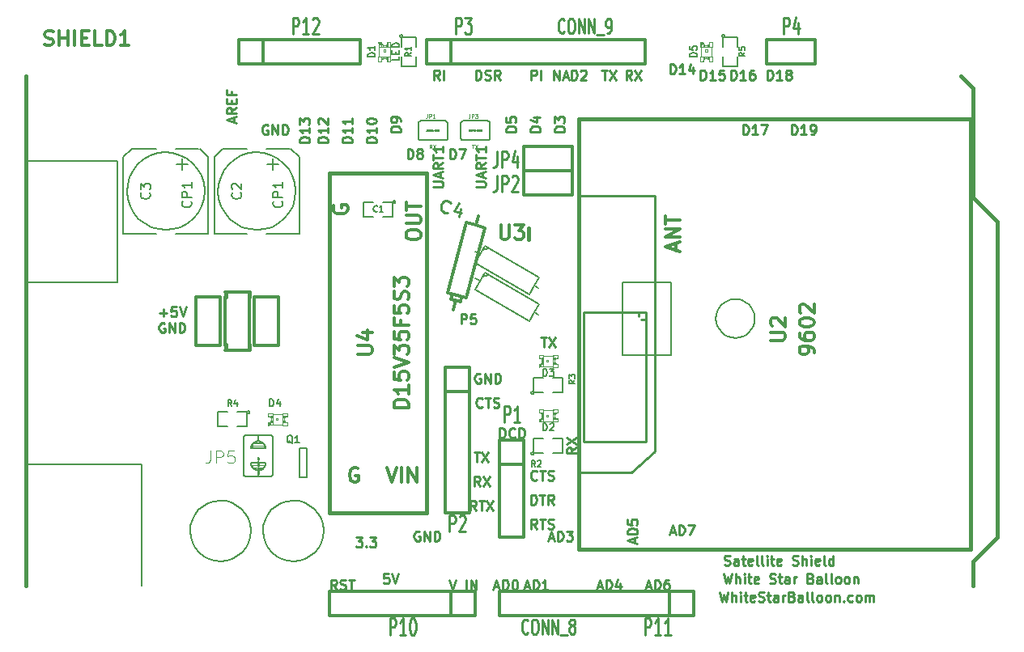
<source format=gto>
G04 (created by PCBNEW-RS274X (2011-nov-12)-testing) date Wed 25 Jan 2012 09:16:58 PM EST*
G01*
G70*
G90*
%MOIN*%
G04 Gerber Fmt 3.4, Leading zero omitted, Abs format*
%FSLAX34Y34*%
G04 APERTURE LIST*
%ADD10C,0.006000*%
%ADD11C,0.010000*%
%ADD12C,0.005000*%
%ADD13C,0.015000*%
%ADD14C,0.012000*%
%ADD15C,0.008000*%
%ADD16C,0.002600*%
%ADD17C,0.004000*%
%ADD18C,0.002000*%
%ADD19C,0.009800*%
%ADD20C,0.009900*%
%ADD21C,0.010700*%
%ADD22C,0.003500*%
%ADD23C,0.001300*%
%ADD24C,0.006200*%
%ADD25C,0.007500*%
G04 APERTURE END LIST*
G54D10*
G54D11*
X18505Y20838D02*
X18505Y21238D01*
X18600Y21238D01*
X18658Y21219D01*
X18696Y21181D01*
X18715Y21143D01*
X18734Y21067D01*
X18734Y21010D01*
X18715Y20933D01*
X18696Y20895D01*
X18658Y20857D01*
X18600Y20838D01*
X18505Y20838D01*
X18886Y20857D02*
X18943Y20838D01*
X19039Y20838D01*
X19077Y20857D01*
X19096Y20876D01*
X19115Y20914D01*
X19115Y20952D01*
X19096Y20990D01*
X19077Y21010D01*
X19039Y21029D01*
X18962Y21048D01*
X18924Y21067D01*
X18905Y21086D01*
X18886Y21124D01*
X18886Y21162D01*
X18905Y21200D01*
X18924Y21219D01*
X18962Y21238D01*
X19058Y21238D01*
X19115Y21219D01*
X19515Y20838D02*
X19381Y21029D01*
X19286Y20838D02*
X19286Y21238D01*
X19439Y21238D01*
X19477Y21219D01*
X19496Y21200D01*
X19515Y21162D01*
X19515Y21105D01*
X19496Y21067D01*
X19477Y21048D01*
X19439Y21029D01*
X19286Y21029D01*
X20800Y20838D02*
X20800Y21238D01*
X20953Y21238D01*
X20991Y21219D01*
X21010Y21200D01*
X21029Y21162D01*
X21029Y21105D01*
X21010Y21067D01*
X20991Y21048D01*
X20953Y21029D01*
X20800Y21029D01*
X21200Y20838D02*
X21200Y21238D01*
X21714Y20838D02*
X21714Y21238D01*
X21943Y20838D01*
X21943Y21238D01*
X22114Y20952D02*
X22305Y20952D01*
X22076Y20838D02*
X22209Y21238D01*
X22343Y20838D01*
X17029Y20838D02*
X16895Y21029D01*
X16800Y20838D02*
X16800Y21238D01*
X16953Y21238D01*
X16991Y21219D01*
X17010Y21200D01*
X17029Y21162D01*
X17029Y21105D01*
X17010Y21067D01*
X16991Y21048D01*
X16953Y21029D01*
X16800Y21029D01*
X17200Y20838D02*
X17200Y21238D01*
X28559Y-00262D02*
X28654Y-00662D01*
X28731Y-00376D01*
X28807Y-00662D01*
X28902Y-00262D01*
X29054Y-00662D02*
X29054Y-00262D01*
X29226Y-00662D02*
X29226Y-00452D01*
X29207Y-00414D01*
X29169Y-00395D01*
X29111Y-00395D01*
X29073Y-00414D01*
X29054Y-00433D01*
X29416Y-00662D02*
X29416Y-00395D01*
X29416Y-00262D02*
X29397Y-00281D01*
X29416Y-00300D01*
X29435Y-00281D01*
X29416Y-00262D01*
X29416Y-00300D01*
X29549Y-00395D02*
X29701Y-00395D01*
X29606Y-00262D02*
X29606Y-00605D01*
X29625Y-00643D01*
X29663Y-00662D01*
X29701Y-00662D01*
X29988Y-00643D02*
X29950Y-00662D01*
X29873Y-00662D01*
X29835Y-00643D01*
X29816Y-00605D01*
X29816Y-00452D01*
X29835Y-00414D01*
X29873Y-00395D01*
X29950Y-00395D01*
X29988Y-00414D01*
X30007Y-00452D01*
X30007Y-00490D01*
X29816Y-00529D01*
X30159Y-00643D02*
X30216Y-00662D01*
X30312Y-00662D01*
X30350Y-00643D01*
X30369Y-00624D01*
X30388Y-00586D01*
X30388Y-00548D01*
X30369Y-00510D01*
X30350Y-00490D01*
X30312Y-00471D01*
X30235Y-00452D01*
X30197Y-00433D01*
X30178Y-00414D01*
X30159Y-00376D01*
X30159Y-00338D01*
X30178Y-00300D01*
X30197Y-00281D01*
X30235Y-00262D01*
X30331Y-00262D01*
X30388Y-00281D01*
X30502Y-00395D02*
X30654Y-00395D01*
X30559Y-00262D02*
X30559Y-00605D01*
X30578Y-00643D01*
X30616Y-00662D01*
X30654Y-00662D01*
X30960Y-00662D02*
X30960Y-00452D01*
X30941Y-00414D01*
X30903Y-00395D01*
X30826Y-00395D01*
X30788Y-00414D01*
X30960Y-00643D02*
X30922Y-00662D01*
X30826Y-00662D01*
X30788Y-00643D01*
X30769Y-00605D01*
X30769Y-00567D01*
X30788Y-00529D01*
X30826Y-00510D01*
X30922Y-00510D01*
X30960Y-00490D01*
X31150Y-00662D02*
X31150Y-00395D01*
X31150Y-00471D02*
X31169Y-00433D01*
X31188Y-00414D01*
X31226Y-00395D01*
X31265Y-00395D01*
X31532Y-00452D02*
X31589Y-00471D01*
X31608Y-00490D01*
X31627Y-00529D01*
X31627Y-00586D01*
X31608Y-00624D01*
X31589Y-00643D01*
X31551Y-00662D01*
X31398Y-00662D01*
X31398Y-00262D01*
X31532Y-00262D01*
X31570Y-00281D01*
X31589Y-00300D01*
X31608Y-00338D01*
X31608Y-00376D01*
X31589Y-00414D01*
X31570Y-00433D01*
X31532Y-00452D01*
X31398Y-00452D01*
X31970Y-00662D02*
X31970Y-00452D01*
X31951Y-00414D01*
X31913Y-00395D01*
X31836Y-00395D01*
X31798Y-00414D01*
X31970Y-00643D02*
X31932Y-00662D01*
X31836Y-00662D01*
X31798Y-00643D01*
X31779Y-00605D01*
X31779Y-00567D01*
X31798Y-00529D01*
X31836Y-00510D01*
X31932Y-00510D01*
X31970Y-00490D01*
X32217Y-00662D02*
X32179Y-00643D01*
X32160Y-00605D01*
X32160Y-00262D01*
X32427Y-00662D02*
X32389Y-00643D01*
X32370Y-00605D01*
X32370Y-00262D01*
X32637Y-00662D02*
X32599Y-00643D01*
X32580Y-00624D01*
X32561Y-00586D01*
X32561Y-00471D01*
X32580Y-00433D01*
X32599Y-00414D01*
X32637Y-00395D01*
X32695Y-00395D01*
X32733Y-00414D01*
X32752Y-00433D01*
X32771Y-00471D01*
X32771Y-00586D01*
X32752Y-00624D01*
X32733Y-00643D01*
X32695Y-00662D01*
X32637Y-00662D01*
X32999Y-00662D02*
X32961Y-00643D01*
X32942Y-00624D01*
X32923Y-00586D01*
X32923Y-00471D01*
X32942Y-00433D01*
X32961Y-00414D01*
X32999Y-00395D01*
X33057Y-00395D01*
X33095Y-00414D01*
X33114Y-00433D01*
X33133Y-00471D01*
X33133Y-00586D01*
X33114Y-00624D01*
X33095Y-00643D01*
X33057Y-00662D01*
X32999Y-00662D01*
X33304Y-00395D02*
X33304Y-00662D01*
X33304Y-00433D02*
X33323Y-00414D01*
X33361Y-00395D01*
X33419Y-00395D01*
X33457Y-00414D01*
X33476Y-00452D01*
X33476Y-00662D01*
X33666Y-00624D02*
X33685Y-00643D01*
X33666Y-00662D01*
X33647Y-00643D01*
X33666Y-00624D01*
X33666Y-00662D01*
X34028Y-00643D02*
X33990Y-00662D01*
X33913Y-00662D01*
X33875Y-00643D01*
X33856Y-00624D01*
X33837Y-00586D01*
X33837Y-00471D01*
X33856Y-00433D01*
X33875Y-00414D01*
X33913Y-00395D01*
X33990Y-00395D01*
X34028Y-00414D01*
X34256Y-00662D02*
X34218Y-00643D01*
X34199Y-00624D01*
X34180Y-00586D01*
X34180Y-00471D01*
X34199Y-00433D01*
X34218Y-00414D01*
X34256Y-00395D01*
X34314Y-00395D01*
X34352Y-00414D01*
X34371Y-00433D01*
X34390Y-00471D01*
X34390Y-00586D01*
X34371Y-00624D01*
X34352Y-00643D01*
X34314Y-00662D01*
X34256Y-00662D01*
X34561Y-00662D02*
X34561Y-00395D01*
X34561Y-00433D02*
X34580Y-00414D01*
X34618Y-00395D01*
X34676Y-00395D01*
X34714Y-00414D01*
X34733Y-00452D01*
X34733Y-00662D01*
X34733Y-00452D02*
X34752Y-00414D01*
X34790Y-00395D01*
X34847Y-00395D01*
X34885Y-00414D01*
X34904Y-00452D01*
X34904Y-00662D01*
X28718Y00488D02*
X28813Y00088D01*
X28890Y00374D01*
X28966Y00088D01*
X29061Y00488D01*
X29213Y00088D02*
X29213Y00488D01*
X29385Y00088D02*
X29385Y00298D01*
X29366Y00336D01*
X29328Y00355D01*
X29270Y00355D01*
X29232Y00336D01*
X29213Y00317D01*
X29575Y00088D02*
X29575Y00355D01*
X29575Y00488D02*
X29556Y00469D01*
X29575Y00450D01*
X29594Y00469D01*
X29575Y00488D01*
X29575Y00450D01*
X29708Y00355D02*
X29860Y00355D01*
X29765Y00488D02*
X29765Y00145D01*
X29784Y00107D01*
X29822Y00088D01*
X29860Y00088D01*
X30147Y00107D02*
X30109Y00088D01*
X30032Y00088D01*
X29994Y00107D01*
X29975Y00145D01*
X29975Y00298D01*
X29994Y00336D01*
X30032Y00355D01*
X30109Y00355D01*
X30147Y00336D01*
X30166Y00298D01*
X30166Y00260D01*
X29975Y00221D01*
X30623Y00107D02*
X30680Y00088D01*
X30776Y00088D01*
X30814Y00107D01*
X30833Y00126D01*
X30852Y00164D01*
X30852Y00202D01*
X30833Y00240D01*
X30814Y00260D01*
X30776Y00279D01*
X30699Y00298D01*
X30661Y00317D01*
X30642Y00336D01*
X30623Y00374D01*
X30623Y00412D01*
X30642Y00450D01*
X30661Y00469D01*
X30699Y00488D01*
X30795Y00488D01*
X30852Y00469D01*
X30966Y00355D02*
X31118Y00355D01*
X31023Y00488D02*
X31023Y00145D01*
X31042Y00107D01*
X31080Y00088D01*
X31118Y00088D01*
X31424Y00088D02*
X31424Y00298D01*
X31405Y00336D01*
X31367Y00355D01*
X31290Y00355D01*
X31252Y00336D01*
X31424Y00107D02*
X31386Y00088D01*
X31290Y00088D01*
X31252Y00107D01*
X31233Y00145D01*
X31233Y00183D01*
X31252Y00221D01*
X31290Y00240D01*
X31386Y00240D01*
X31424Y00260D01*
X31614Y00088D02*
X31614Y00355D01*
X31614Y00279D02*
X31633Y00317D01*
X31652Y00336D01*
X31690Y00355D01*
X31729Y00355D01*
X32301Y00298D02*
X32358Y00279D01*
X32377Y00260D01*
X32396Y00221D01*
X32396Y00164D01*
X32377Y00126D01*
X32358Y00107D01*
X32320Y00088D01*
X32167Y00088D01*
X32167Y00488D01*
X32301Y00488D01*
X32339Y00469D01*
X32358Y00450D01*
X32377Y00412D01*
X32377Y00374D01*
X32358Y00336D01*
X32339Y00317D01*
X32301Y00298D01*
X32167Y00298D01*
X32739Y00088D02*
X32739Y00298D01*
X32720Y00336D01*
X32682Y00355D01*
X32605Y00355D01*
X32567Y00336D01*
X32739Y00107D02*
X32701Y00088D01*
X32605Y00088D01*
X32567Y00107D01*
X32548Y00145D01*
X32548Y00183D01*
X32567Y00221D01*
X32605Y00240D01*
X32701Y00240D01*
X32739Y00260D01*
X32986Y00088D02*
X32948Y00107D01*
X32929Y00145D01*
X32929Y00488D01*
X33196Y00088D02*
X33158Y00107D01*
X33139Y00145D01*
X33139Y00488D01*
X33406Y00088D02*
X33368Y00107D01*
X33349Y00126D01*
X33330Y00164D01*
X33330Y00279D01*
X33349Y00317D01*
X33368Y00336D01*
X33406Y00355D01*
X33464Y00355D01*
X33502Y00336D01*
X33521Y00317D01*
X33540Y00279D01*
X33540Y00164D01*
X33521Y00126D01*
X33502Y00107D01*
X33464Y00088D01*
X33406Y00088D01*
X33768Y00088D02*
X33730Y00107D01*
X33711Y00126D01*
X33692Y00164D01*
X33692Y00279D01*
X33711Y00317D01*
X33730Y00336D01*
X33768Y00355D01*
X33826Y00355D01*
X33864Y00336D01*
X33883Y00317D01*
X33902Y00279D01*
X33902Y00164D01*
X33883Y00126D01*
X33864Y00107D01*
X33826Y00088D01*
X33768Y00088D01*
X34073Y00355D02*
X34073Y00088D01*
X34073Y00317D02*
X34092Y00336D01*
X34130Y00355D01*
X34188Y00355D01*
X34226Y00336D01*
X34245Y00298D01*
X34245Y00088D01*
X28751Y00857D02*
X28808Y00838D01*
X28904Y00838D01*
X28942Y00857D01*
X28961Y00876D01*
X28980Y00914D01*
X28980Y00952D01*
X28961Y00990D01*
X28942Y01010D01*
X28904Y01029D01*
X28827Y01048D01*
X28789Y01067D01*
X28770Y01086D01*
X28751Y01124D01*
X28751Y01162D01*
X28770Y01200D01*
X28789Y01219D01*
X28827Y01238D01*
X28923Y01238D01*
X28980Y01219D01*
X29323Y00838D02*
X29323Y01048D01*
X29304Y01086D01*
X29266Y01105D01*
X29189Y01105D01*
X29151Y01086D01*
X29323Y00857D02*
X29285Y00838D01*
X29189Y00838D01*
X29151Y00857D01*
X29132Y00895D01*
X29132Y00933D01*
X29151Y00971D01*
X29189Y00990D01*
X29285Y00990D01*
X29323Y01010D01*
X29456Y01105D02*
X29608Y01105D01*
X29513Y01238D02*
X29513Y00895D01*
X29532Y00857D01*
X29570Y00838D01*
X29608Y00838D01*
X29895Y00857D02*
X29857Y00838D01*
X29780Y00838D01*
X29742Y00857D01*
X29723Y00895D01*
X29723Y01048D01*
X29742Y01086D01*
X29780Y01105D01*
X29857Y01105D01*
X29895Y01086D01*
X29914Y01048D01*
X29914Y01010D01*
X29723Y00971D01*
X30142Y00838D02*
X30104Y00857D01*
X30085Y00895D01*
X30085Y01238D01*
X30352Y00838D02*
X30314Y00857D01*
X30295Y00895D01*
X30295Y01238D01*
X30505Y00838D02*
X30505Y01105D01*
X30505Y01238D02*
X30486Y01219D01*
X30505Y01200D01*
X30524Y01219D01*
X30505Y01238D01*
X30505Y01200D01*
X30638Y01105D02*
X30790Y01105D01*
X30695Y01238D02*
X30695Y00895D01*
X30714Y00857D01*
X30752Y00838D01*
X30790Y00838D01*
X31077Y00857D02*
X31039Y00838D01*
X30962Y00838D01*
X30924Y00857D01*
X30905Y00895D01*
X30905Y01048D01*
X30924Y01086D01*
X30962Y01105D01*
X31039Y01105D01*
X31077Y01086D01*
X31096Y01048D01*
X31096Y01010D01*
X30905Y00971D01*
X31553Y00857D02*
X31610Y00838D01*
X31706Y00838D01*
X31744Y00857D01*
X31763Y00876D01*
X31782Y00914D01*
X31782Y00952D01*
X31763Y00990D01*
X31744Y01010D01*
X31706Y01029D01*
X31629Y01048D01*
X31591Y01067D01*
X31572Y01086D01*
X31553Y01124D01*
X31553Y01162D01*
X31572Y01200D01*
X31591Y01219D01*
X31629Y01238D01*
X31725Y01238D01*
X31782Y01219D01*
X31953Y00838D02*
X31953Y01238D01*
X32125Y00838D02*
X32125Y01048D01*
X32106Y01086D01*
X32068Y01105D01*
X32010Y01105D01*
X31972Y01086D01*
X31953Y01067D01*
X32315Y00838D02*
X32315Y01105D01*
X32315Y01238D02*
X32296Y01219D01*
X32315Y01200D01*
X32334Y01219D01*
X32315Y01238D01*
X32315Y01200D01*
X32658Y00857D02*
X32620Y00838D01*
X32543Y00838D01*
X32505Y00857D01*
X32486Y00895D01*
X32486Y01048D01*
X32505Y01086D01*
X32543Y01105D01*
X32620Y01105D01*
X32658Y01086D01*
X32677Y01048D01*
X32677Y01010D01*
X32486Y00971D01*
X32905Y00838D02*
X32867Y00857D01*
X32848Y00895D01*
X32848Y01238D01*
X33230Y00838D02*
X33230Y01238D01*
X33230Y00857D02*
X33192Y00838D01*
X33115Y00838D01*
X33077Y00857D01*
X33058Y00876D01*
X33039Y00914D01*
X33039Y01029D01*
X33058Y01067D01*
X33077Y01086D01*
X33115Y01105D01*
X33192Y01105D01*
X33230Y01086D01*
X18781Y07376D02*
X18762Y07357D01*
X18705Y07338D01*
X18667Y07338D01*
X18609Y07357D01*
X18571Y07395D01*
X18552Y07433D01*
X18533Y07510D01*
X18533Y07567D01*
X18552Y07643D01*
X18571Y07681D01*
X18609Y07719D01*
X18667Y07738D01*
X18705Y07738D01*
X18762Y07719D01*
X18781Y07700D01*
X18895Y07738D02*
X19124Y07738D01*
X19009Y07338D02*
X19009Y07738D01*
X19238Y07357D02*
X19295Y07338D01*
X19391Y07338D01*
X19429Y07357D01*
X19448Y07376D01*
X19467Y07414D01*
X19467Y07452D01*
X19448Y07490D01*
X19429Y07510D01*
X19391Y07529D01*
X19314Y07548D01*
X19276Y07567D01*
X19257Y07586D01*
X19238Y07624D01*
X19238Y07662D01*
X19257Y07700D01*
X19276Y07719D01*
X19314Y07738D01*
X19410Y07738D01*
X19467Y07719D01*
X12781Y-00162D02*
X12647Y00029D01*
X12552Y-00162D02*
X12552Y00238D01*
X12705Y00238D01*
X12743Y00219D01*
X12762Y00200D01*
X12781Y00162D01*
X12781Y00105D01*
X12762Y00067D01*
X12743Y00048D01*
X12705Y00029D01*
X12552Y00029D01*
X12933Y-00143D02*
X12990Y-00162D01*
X13086Y-00162D01*
X13124Y-00143D01*
X13143Y-00124D01*
X13162Y-00086D01*
X13162Y-00048D01*
X13143Y-00010D01*
X13124Y00010D01*
X13086Y00029D01*
X13009Y00048D01*
X12971Y00067D01*
X12952Y00086D01*
X12933Y00124D01*
X12933Y00162D01*
X12952Y00200D01*
X12971Y00219D01*
X13009Y00238D01*
X13105Y00238D01*
X13162Y00219D01*
X13276Y00238D02*
X13505Y00238D01*
X13390Y-00162D02*
X13390Y00238D01*
X13581Y01988D02*
X13829Y01988D01*
X13695Y01836D01*
X13753Y01836D01*
X13791Y01817D01*
X13810Y01798D01*
X13829Y01760D01*
X13829Y01664D01*
X13810Y01626D01*
X13791Y01607D01*
X13753Y01588D01*
X13638Y01588D01*
X13600Y01607D01*
X13581Y01626D01*
X14000Y01626D02*
X14019Y01607D01*
X14000Y01588D01*
X13981Y01607D01*
X14000Y01626D01*
X14000Y01588D01*
X14152Y01988D02*
X14400Y01988D01*
X14266Y01836D01*
X14324Y01836D01*
X14362Y01817D01*
X14381Y01798D01*
X14400Y01760D01*
X14400Y01664D01*
X14381Y01626D01*
X14362Y01607D01*
X14324Y01588D01*
X14209Y01588D01*
X14171Y01607D01*
X14152Y01626D01*
X14924Y00488D02*
X14733Y00488D01*
X14714Y00298D01*
X14733Y00317D01*
X14771Y00336D01*
X14867Y00336D01*
X14905Y00317D01*
X14924Y00298D01*
X14943Y00260D01*
X14943Y00164D01*
X14924Y00126D01*
X14905Y00107D01*
X14867Y00088D01*
X14771Y00088D01*
X14733Y00107D01*
X14714Y00126D01*
X15057Y00488D02*
X15190Y00088D01*
X15324Y00488D01*
X16196Y02219D02*
X16158Y02238D01*
X16101Y02238D01*
X16043Y02219D01*
X16005Y02181D01*
X15986Y02143D01*
X15967Y02067D01*
X15967Y02010D01*
X15986Y01933D01*
X16005Y01895D01*
X16043Y01857D01*
X16101Y01838D01*
X16139Y01838D01*
X16196Y01857D01*
X16215Y01876D01*
X16215Y02010D01*
X16139Y02010D01*
X16386Y01838D02*
X16386Y02238D01*
X16615Y01838D01*
X16615Y02238D01*
X16805Y01838D02*
X16805Y02238D01*
X16900Y02238D01*
X16958Y02219D01*
X16996Y02181D01*
X17015Y02143D01*
X17034Y02067D01*
X17034Y02010D01*
X17015Y01933D01*
X16996Y01895D01*
X16958Y01857D01*
X16900Y01838D01*
X16805Y01838D01*
X17410Y00238D02*
X17543Y-00162D01*
X17677Y00238D01*
X17715Y-00200D02*
X18020Y-00200D01*
X18115Y-00162D02*
X18115Y00238D01*
X18305Y-00162D02*
X18305Y00238D01*
X18534Y-00162D01*
X18534Y00238D01*
X19264Y-00048D02*
X19455Y-00048D01*
X19226Y-00162D02*
X19359Y00238D01*
X19493Y-00162D01*
X19626Y-00162D02*
X19626Y00238D01*
X19721Y00238D01*
X19779Y00219D01*
X19817Y00181D01*
X19836Y00143D01*
X19855Y00067D01*
X19855Y00010D01*
X19836Y-00067D01*
X19817Y-00105D01*
X19779Y-00143D01*
X19721Y-00162D01*
X19626Y-00162D01*
X20102Y00238D02*
X20141Y00238D01*
X20179Y00219D01*
X20198Y00200D01*
X20217Y00162D01*
X20236Y00086D01*
X20236Y-00010D01*
X20217Y-00086D01*
X20198Y-00124D01*
X20179Y-00143D01*
X20141Y-00162D01*
X20102Y-00162D01*
X20064Y-00143D01*
X20045Y-00124D01*
X20026Y-00086D01*
X20007Y-00010D01*
X20007Y00086D01*
X20026Y00162D01*
X20045Y00200D01*
X20064Y00219D01*
X20102Y00238D01*
X20514Y-00048D02*
X20705Y-00048D01*
X20476Y-00162D02*
X20609Y00238D01*
X20743Y-00162D01*
X20876Y-00162D02*
X20876Y00238D01*
X20971Y00238D01*
X21029Y00219D01*
X21067Y00181D01*
X21086Y00143D01*
X21105Y00067D01*
X21105Y00010D01*
X21086Y-00067D01*
X21067Y-00105D01*
X21029Y-00143D01*
X20971Y-00162D01*
X20876Y-00162D01*
X21486Y-00162D02*
X21257Y-00162D01*
X21371Y-00162D02*
X21371Y00238D01*
X21333Y00181D01*
X21295Y00143D01*
X21257Y00124D01*
X21514Y01952D02*
X21705Y01952D01*
X21476Y01838D02*
X21609Y02238D01*
X21743Y01838D01*
X21876Y01838D02*
X21876Y02238D01*
X21971Y02238D01*
X22029Y02219D01*
X22067Y02181D01*
X22086Y02143D01*
X22105Y02067D01*
X22105Y02010D01*
X22086Y01933D01*
X22067Y01895D01*
X22029Y01857D01*
X21971Y01838D01*
X21876Y01838D01*
X22238Y02238D02*
X22486Y02238D01*
X22352Y02086D01*
X22410Y02086D01*
X22448Y02067D01*
X22467Y02048D01*
X22486Y02010D01*
X22486Y01914D01*
X22467Y01876D01*
X22448Y01857D01*
X22410Y01838D01*
X22295Y01838D01*
X22257Y01857D01*
X22238Y01876D01*
X23514Y-00048D02*
X23705Y-00048D01*
X23476Y-00162D02*
X23609Y00238D01*
X23743Y-00162D01*
X23876Y-00162D02*
X23876Y00238D01*
X23971Y00238D01*
X24029Y00219D01*
X24067Y00181D01*
X24086Y00143D01*
X24105Y00067D01*
X24105Y00010D01*
X24086Y-00067D01*
X24067Y-00105D01*
X24029Y-00143D01*
X23971Y-00162D01*
X23876Y-00162D01*
X24448Y00105D02*
X24448Y-00162D01*
X24352Y00257D02*
X24257Y-00029D01*
X24505Y-00029D01*
X25048Y01764D02*
X25048Y01955D01*
X25162Y01726D02*
X24762Y01859D01*
X25162Y01993D01*
X25162Y02126D02*
X24762Y02126D01*
X24762Y02221D01*
X24781Y02279D01*
X24819Y02317D01*
X24857Y02336D01*
X24933Y02355D01*
X24990Y02355D01*
X25067Y02336D01*
X25105Y02317D01*
X25143Y02279D01*
X25162Y02221D01*
X25162Y02126D01*
X24762Y02717D02*
X24762Y02526D01*
X24952Y02507D01*
X24933Y02526D01*
X24914Y02564D01*
X24914Y02660D01*
X24933Y02698D01*
X24952Y02717D01*
X24990Y02736D01*
X25086Y02736D01*
X25124Y02717D01*
X25143Y02698D01*
X25162Y02660D01*
X25162Y02564D01*
X25143Y02526D01*
X25124Y02507D01*
X25514Y-00048D02*
X25705Y-00048D01*
X25476Y-00162D02*
X25609Y00238D01*
X25743Y-00162D01*
X25876Y-00162D02*
X25876Y00238D01*
X25971Y00238D01*
X26029Y00219D01*
X26067Y00181D01*
X26086Y00143D01*
X26105Y00067D01*
X26105Y00010D01*
X26086Y-00067D01*
X26067Y-00105D01*
X26029Y-00143D01*
X25971Y-00162D01*
X25876Y-00162D01*
X26448Y00238D02*
X26371Y00238D01*
X26333Y00219D01*
X26314Y00200D01*
X26276Y00143D01*
X26257Y00067D01*
X26257Y-00086D01*
X26276Y-00124D01*
X26295Y-00143D01*
X26333Y-00162D01*
X26410Y-00162D01*
X26448Y-00143D01*
X26467Y-00124D01*
X26486Y-00086D01*
X26486Y00010D01*
X26467Y00048D01*
X26448Y00067D01*
X26410Y00086D01*
X26333Y00086D01*
X26295Y00067D01*
X26276Y00048D01*
X26257Y00010D01*
X26514Y02202D02*
X26705Y02202D01*
X26476Y02088D02*
X26609Y02488D01*
X26743Y02088D01*
X26876Y02088D02*
X26876Y02488D01*
X26971Y02488D01*
X27029Y02469D01*
X27067Y02431D01*
X27086Y02393D01*
X27105Y02317D01*
X27105Y02260D01*
X27086Y02183D01*
X27067Y02145D01*
X27029Y02107D01*
X26971Y02088D01*
X26876Y02088D01*
X27238Y02488D02*
X27505Y02488D01*
X27333Y02088D01*
X31514Y18588D02*
X31514Y18988D01*
X31609Y18988D01*
X31667Y18969D01*
X31705Y18931D01*
X31724Y18893D01*
X31743Y18817D01*
X31743Y18760D01*
X31724Y18683D01*
X31705Y18645D01*
X31667Y18607D01*
X31609Y18588D01*
X31514Y18588D01*
X32124Y18588D02*
X31895Y18588D01*
X32009Y18588D02*
X32009Y18988D01*
X31971Y18931D01*
X31933Y18893D01*
X31895Y18874D01*
X32314Y18588D02*
X32390Y18588D01*
X32429Y18607D01*
X32448Y18626D01*
X32486Y18683D01*
X32505Y18760D01*
X32505Y18912D01*
X32486Y18950D01*
X32467Y18969D01*
X32429Y18988D01*
X32352Y18988D01*
X32314Y18969D01*
X32295Y18950D01*
X32276Y18912D01*
X32276Y18817D01*
X32295Y18779D01*
X32314Y18760D01*
X32352Y18740D01*
X32429Y18740D01*
X32467Y18760D01*
X32486Y18779D01*
X32505Y18817D01*
X30514Y20838D02*
X30514Y21238D01*
X30609Y21238D01*
X30667Y21219D01*
X30705Y21181D01*
X30724Y21143D01*
X30743Y21067D01*
X30743Y21010D01*
X30724Y20933D01*
X30705Y20895D01*
X30667Y20857D01*
X30609Y20838D01*
X30514Y20838D01*
X31124Y20838D02*
X30895Y20838D01*
X31009Y20838D02*
X31009Y21238D01*
X30971Y21181D01*
X30933Y21143D01*
X30895Y21124D01*
X31352Y21067D02*
X31314Y21086D01*
X31295Y21105D01*
X31276Y21143D01*
X31276Y21162D01*
X31295Y21200D01*
X31314Y21219D01*
X31352Y21238D01*
X31429Y21238D01*
X31467Y21219D01*
X31486Y21200D01*
X31505Y21162D01*
X31505Y21143D01*
X31486Y21105D01*
X31467Y21086D01*
X31429Y21067D01*
X31352Y21067D01*
X31314Y21048D01*
X31295Y21029D01*
X31276Y20990D01*
X31276Y20914D01*
X31295Y20876D01*
X31314Y20857D01*
X31352Y20838D01*
X31429Y20838D01*
X31467Y20857D01*
X31486Y20876D01*
X31505Y20914D01*
X31505Y20990D01*
X31486Y21029D01*
X31467Y21048D01*
X31429Y21067D01*
X29514Y18588D02*
X29514Y18988D01*
X29609Y18988D01*
X29667Y18969D01*
X29705Y18931D01*
X29724Y18893D01*
X29743Y18817D01*
X29743Y18760D01*
X29724Y18683D01*
X29705Y18645D01*
X29667Y18607D01*
X29609Y18588D01*
X29514Y18588D01*
X30124Y18588D02*
X29895Y18588D01*
X30009Y18588D02*
X30009Y18988D01*
X29971Y18931D01*
X29933Y18893D01*
X29895Y18874D01*
X30257Y18988D02*
X30524Y18988D01*
X30352Y18588D01*
X29014Y20838D02*
X29014Y21238D01*
X29109Y21238D01*
X29167Y21219D01*
X29205Y21181D01*
X29224Y21143D01*
X29243Y21067D01*
X29243Y21010D01*
X29224Y20933D01*
X29205Y20895D01*
X29167Y20857D01*
X29109Y20838D01*
X29014Y20838D01*
X29624Y20838D02*
X29395Y20838D01*
X29509Y20838D02*
X29509Y21238D01*
X29471Y21181D01*
X29433Y21143D01*
X29395Y21124D01*
X29967Y21238D02*
X29890Y21238D01*
X29852Y21219D01*
X29833Y21200D01*
X29795Y21143D01*
X29776Y21067D01*
X29776Y20914D01*
X29795Y20876D01*
X29814Y20857D01*
X29852Y20838D01*
X29929Y20838D01*
X29967Y20857D01*
X29986Y20876D01*
X30005Y20914D01*
X30005Y21010D01*
X29986Y21048D01*
X29967Y21067D01*
X29929Y21086D01*
X29852Y21086D01*
X29814Y21067D01*
X29795Y21048D01*
X29776Y21010D01*
X27764Y20838D02*
X27764Y21238D01*
X27859Y21238D01*
X27917Y21219D01*
X27955Y21181D01*
X27974Y21143D01*
X27993Y21067D01*
X27993Y21010D01*
X27974Y20933D01*
X27955Y20895D01*
X27917Y20857D01*
X27859Y20838D01*
X27764Y20838D01*
X28374Y20838D02*
X28145Y20838D01*
X28259Y20838D02*
X28259Y21238D01*
X28221Y21181D01*
X28183Y21143D01*
X28145Y21124D01*
X28736Y21238D02*
X28545Y21238D01*
X28526Y21048D01*
X28545Y21067D01*
X28583Y21086D01*
X28679Y21086D01*
X28717Y21067D01*
X28736Y21048D01*
X28755Y21010D01*
X28755Y20914D01*
X28736Y20876D01*
X28717Y20857D01*
X28679Y20838D01*
X28583Y20838D01*
X28545Y20857D01*
X28526Y20876D01*
X26514Y21088D02*
X26514Y21488D01*
X26609Y21488D01*
X26667Y21469D01*
X26705Y21431D01*
X26724Y21393D01*
X26743Y21317D01*
X26743Y21260D01*
X26724Y21183D01*
X26705Y21145D01*
X26667Y21107D01*
X26609Y21088D01*
X26514Y21088D01*
X27124Y21088D02*
X26895Y21088D01*
X27009Y21088D02*
X27009Y21488D01*
X26971Y21431D01*
X26933Y21393D01*
X26895Y21374D01*
X27467Y21355D02*
X27467Y21088D01*
X27371Y21507D02*
X27276Y21221D01*
X27524Y21221D01*
X24934Y20838D02*
X24800Y21029D01*
X24705Y20838D02*
X24705Y21238D01*
X24858Y21238D01*
X24896Y21219D01*
X24915Y21200D01*
X24934Y21162D01*
X24934Y21105D01*
X24915Y21067D01*
X24896Y21048D01*
X24858Y21029D01*
X24705Y21029D01*
X25067Y21238D02*
X25334Y20838D01*
X25334Y21238D02*
X25067Y20838D01*
X23695Y21238D02*
X23924Y21238D01*
X23809Y20838D02*
X23809Y21238D01*
X24019Y21238D02*
X24286Y20838D01*
X24286Y21238D02*
X24019Y20838D01*
X22455Y20838D02*
X22455Y21238D01*
X22550Y21238D01*
X22608Y21219D01*
X22646Y21181D01*
X22665Y21143D01*
X22684Y21067D01*
X22684Y21010D01*
X22665Y20933D01*
X22646Y20895D01*
X22608Y20857D01*
X22550Y20838D01*
X22455Y20838D01*
X22836Y21200D02*
X22855Y21219D01*
X22893Y21238D01*
X22989Y21238D01*
X23027Y21219D01*
X23046Y21200D01*
X23065Y21162D01*
X23065Y21124D01*
X23046Y21067D01*
X22817Y20838D01*
X23065Y20838D01*
X22162Y18705D02*
X21762Y18705D01*
X21762Y18800D01*
X21781Y18858D01*
X21819Y18896D01*
X21857Y18915D01*
X21933Y18934D01*
X21990Y18934D01*
X22067Y18915D01*
X22105Y18896D01*
X22143Y18858D01*
X22162Y18800D01*
X22162Y18705D01*
X21762Y19067D02*
X21762Y19315D01*
X21914Y19181D01*
X21914Y19239D01*
X21933Y19277D01*
X21952Y19296D01*
X21990Y19315D01*
X22086Y19315D01*
X22124Y19296D01*
X22143Y19277D01*
X22162Y19239D01*
X22162Y19124D01*
X22143Y19086D01*
X22124Y19067D01*
X21162Y18705D02*
X20762Y18705D01*
X20762Y18800D01*
X20781Y18858D01*
X20819Y18896D01*
X20857Y18915D01*
X20933Y18934D01*
X20990Y18934D01*
X21067Y18915D01*
X21105Y18896D01*
X21143Y18858D01*
X21162Y18800D01*
X21162Y18705D01*
X20895Y19277D02*
X21162Y19277D01*
X20743Y19181D02*
X21029Y19086D01*
X21029Y19334D01*
X20162Y18705D02*
X19762Y18705D01*
X19762Y18800D01*
X19781Y18858D01*
X19819Y18896D01*
X19857Y18915D01*
X19933Y18934D01*
X19990Y18934D01*
X20067Y18915D01*
X20105Y18896D01*
X20143Y18858D01*
X20162Y18800D01*
X20162Y18705D01*
X19762Y19296D02*
X19762Y19105D01*
X19952Y19086D01*
X19933Y19105D01*
X19914Y19143D01*
X19914Y19239D01*
X19933Y19277D01*
X19952Y19296D01*
X19990Y19315D01*
X20086Y19315D01*
X20124Y19296D01*
X20143Y19277D01*
X20162Y19239D01*
X20162Y19143D01*
X20143Y19105D01*
X20124Y19086D01*
X15412Y18705D02*
X15012Y18705D01*
X15012Y18800D01*
X15031Y18858D01*
X15069Y18896D01*
X15107Y18915D01*
X15183Y18934D01*
X15240Y18934D01*
X15317Y18915D01*
X15355Y18896D01*
X15393Y18858D01*
X15412Y18800D01*
X15412Y18705D01*
X15412Y19124D02*
X15412Y19200D01*
X15393Y19239D01*
X15374Y19258D01*
X15317Y19296D01*
X15240Y19315D01*
X15088Y19315D01*
X15050Y19296D01*
X15031Y19277D01*
X15012Y19239D01*
X15012Y19162D01*
X15031Y19124D01*
X15050Y19105D01*
X15088Y19086D01*
X15183Y19086D01*
X15221Y19105D01*
X15240Y19124D01*
X15260Y19162D01*
X15260Y19239D01*
X15240Y19277D01*
X15221Y19296D01*
X15183Y19315D01*
X14412Y18264D02*
X14012Y18264D01*
X14012Y18359D01*
X14031Y18417D01*
X14069Y18455D01*
X14107Y18474D01*
X14183Y18493D01*
X14240Y18493D01*
X14317Y18474D01*
X14355Y18455D01*
X14393Y18417D01*
X14412Y18359D01*
X14412Y18264D01*
X14412Y18874D02*
X14412Y18645D01*
X14412Y18759D02*
X14012Y18759D01*
X14069Y18721D01*
X14107Y18683D01*
X14126Y18645D01*
X14012Y19121D02*
X14012Y19160D01*
X14031Y19198D01*
X14050Y19217D01*
X14088Y19236D01*
X14164Y19255D01*
X14260Y19255D01*
X14336Y19236D01*
X14374Y19217D01*
X14393Y19198D01*
X14412Y19160D01*
X14412Y19121D01*
X14393Y19083D01*
X14374Y19064D01*
X14336Y19045D01*
X14260Y19026D01*
X14164Y19026D01*
X14088Y19045D01*
X14050Y19064D01*
X14031Y19083D01*
X14012Y19121D01*
X13412Y18264D02*
X13012Y18264D01*
X13012Y18359D01*
X13031Y18417D01*
X13069Y18455D01*
X13107Y18474D01*
X13183Y18493D01*
X13240Y18493D01*
X13317Y18474D01*
X13355Y18455D01*
X13393Y18417D01*
X13412Y18359D01*
X13412Y18264D01*
X13412Y18874D02*
X13412Y18645D01*
X13412Y18759D02*
X13012Y18759D01*
X13069Y18721D01*
X13107Y18683D01*
X13126Y18645D01*
X13412Y19255D02*
X13412Y19026D01*
X13412Y19140D02*
X13012Y19140D01*
X13069Y19102D01*
X13107Y19064D01*
X13126Y19026D01*
X12412Y18264D02*
X12012Y18264D01*
X12012Y18359D01*
X12031Y18417D01*
X12069Y18455D01*
X12107Y18474D01*
X12183Y18493D01*
X12240Y18493D01*
X12317Y18474D01*
X12355Y18455D01*
X12393Y18417D01*
X12412Y18359D01*
X12412Y18264D01*
X12412Y18874D02*
X12412Y18645D01*
X12412Y18759D02*
X12012Y18759D01*
X12069Y18721D01*
X12107Y18683D01*
X12126Y18645D01*
X12050Y19026D02*
X12031Y19045D01*
X12012Y19083D01*
X12012Y19179D01*
X12031Y19217D01*
X12050Y19236D01*
X12088Y19255D01*
X12126Y19255D01*
X12183Y19236D01*
X12412Y19007D01*
X12412Y19255D01*
X11662Y18264D02*
X11262Y18264D01*
X11262Y18359D01*
X11281Y18417D01*
X11319Y18455D01*
X11357Y18474D01*
X11433Y18493D01*
X11490Y18493D01*
X11567Y18474D01*
X11605Y18455D01*
X11643Y18417D01*
X11662Y18359D01*
X11662Y18264D01*
X11662Y18874D02*
X11662Y18645D01*
X11662Y18759D02*
X11262Y18759D01*
X11319Y18721D01*
X11357Y18683D01*
X11376Y18645D01*
X11262Y19007D02*
X11262Y19255D01*
X11414Y19121D01*
X11414Y19179D01*
X11433Y19217D01*
X11452Y19236D01*
X11490Y19255D01*
X11586Y19255D01*
X11624Y19236D01*
X11643Y19217D01*
X11662Y19179D01*
X11662Y19064D01*
X11643Y19026D01*
X11624Y19007D01*
X09946Y18969D02*
X09908Y18988D01*
X09851Y18988D01*
X09793Y18969D01*
X09755Y18931D01*
X09736Y18893D01*
X09717Y18817D01*
X09717Y18760D01*
X09736Y18683D01*
X09755Y18645D01*
X09793Y18607D01*
X09851Y18588D01*
X09889Y18588D01*
X09946Y18607D01*
X09965Y18626D01*
X09965Y18760D01*
X09889Y18760D01*
X10136Y18588D02*
X10136Y18988D01*
X10365Y18588D01*
X10365Y18988D01*
X10555Y18588D02*
X10555Y18988D01*
X10650Y18988D01*
X10708Y18969D01*
X10746Y18931D01*
X10765Y18893D01*
X10784Y18817D01*
X10784Y18760D01*
X10765Y18683D01*
X10746Y18645D01*
X10708Y18607D01*
X10650Y18588D01*
X10555Y18588D01*
X08548Y19102D02*
X08548Y19293D01*
X08662Y19064D02*
X08262Y19197D01*
X08662Y19331D01*
X08662Y19693D02*
X08471Y19559D01*
X08662Y19464D02*
X08262Y19464D01*
X08262Y19617D01*
X08281Y19655D01*
X08300Y19674D01*
X08338Y19693D01*
X08395Y19693D01*
X08433Y19674D01*
X08452Y19655D01*
X08471Y19617D01*
X08471Y19464D01*
X08452Y19864D02*
X08452Y19998D01*
X08662Y20055D02*
X08662Y19864D01*
X08262Y19864D01*
X08262Y20055D01*
X08452Y20360D02*
X08452Y20226D01*
X08662Y20226D02*
X08262Y20226D01*
X08262Y20417D01*
X22662Y05684D02*
X22471Y05550D01*
X22662Y05455D02*
X22262Y05455D01*
X22262Y05608D01*
X22281Y05646D01*
X22300Y05665D01*
X22338Y05684D01*
X22395Y05684D01*
X22433Y05665D01*
X22452Y05646D01*
X22471Y05608D01*
X22471Y05455D01*
X22262Y05817D02*
X22662Y06084D01*
X22262Y06084D02*
X22662Y05817D01*
X21195Y10238D02*
X21424Y10238D01*
X21309Y09838D02*
X21309Y10238D01*
X21519Y10238D02*
X21786Y09838D01*
X21786Y10238D02*
X21519Y09838D01*
X19495Y06088D02*
X19495Y06488D01*
X19590Y06488D01*
X19648Y06469D01*
X19686Y06431D01*
X19705Y06393D01*
X19724Y06317D01*
X19724Y06260D01*
X19705Y06183D01*
X19686Y06145D01*
X19648Y06107D01*
X19590Y06088D01*
X19495Y06088D01*
X20124Y06126D02*
X20105Y06107D01*
X20048Y06088D01*
X20010Y06088D01*
X19952Y06107D01*
X19914Y06145D01*
X19895Y06183D01*
X19876Y06260D01*
X19876Y06317D01*
X19895Y06393D01*
X19914Y06431D01*
X19952Y06469D01*
X20010Y06488D01*
X20048Y06488D01*
X20105Y06469D01*
X20124Y06450D01*
X20295Y06088D02*
X20295Y06488D01*
X20390Y06488D01*
X20448Y06469D01*
X20486Y06431D01*
X20505Y06393D01*
X20524Y06317D01*
X20524Y06260D01*
X20505Y06183D01*
X20486Y06145D01*
X20448Y06107D01*
X20390Y06088D01*
X20295Y06088D01*
X21031Y04376D02*
X21012Y04357D01*
X20955Y04338D01*
X20917Y04338D01*
X20859Y04357D01*
X20821Y04395D01*
X20802Y04433D01*
X20783Y04510D01*
X20783Y04567D01*
X20802Y04643D01*
X20821Y04681D01*
X20859Y04719D01*
X20917Y04738D01*
X20955Y04738D01*
X21012Y04719D01*
X21031Y04700D01*
X21145Y04738D02*
X21374Y04738D01*
X21259Y04338D02*
X21259Y04738D01*
X21488Y04357D02*
X21545Y04338D01*
X21641Y04338D01*
X21679Y04357D01*
X21698Y04376D01*
X21717Y04414D01*
X21717Y04452D01*
X21698Y04490D01*
X21679Y04510D01*
X21641Y04529D01*
X21564Y04548D01*
X21526Y04567D01*
X21507Y04586D01*
X21488Y04624D01*
X21488Y04662D01*
X21507Y04700D01*
X21526Y04719D01*
X21564Y04738D01*
X21660Y04738D01*
X21717Y04719D01*
X20793Y03338D02*
X20793Y03738D01*
X20888Y03738D01*
X20946Y03719D01*
X20984Y03681D01*
X21003Y03643D01*
X21022Y03567D01*
X21022Y03510D01*
X21003Y03433D01*
X20984Y03395D01*
X20946Y03357D01*
X20888Y03338D01*
X20793Y03338D01*
X21136Y03738D02*
X21365Y03738D01*
X21250Y03338D02*
X21250Y03738D01*
X21727Y03338D02*
X21593Y03529D01*
X21498Y03338D02*
X21498Y03738D01*
X21651Y03738D01*
X21689Y03719D01*
X21708Y03700D01*
X21727Y03662D01*
X21727Y03605D01*
X21708Y03567D01*
X21689Y03548D01*
X21651Y03529D01*
X21498Y03529D01*
X21031Y02338D02*
X20897Y02529D01*
X20802Y02338D02*
X20802Y02738D01*
X20955Y02738D01*
X20993Y02719D01*
X21012Y02700D01*
X21031Y02662D01*
X21031Y02605D01*
X21012Y02567D01*
X20993Y02548D01*
X20955Y02529D01*
X20802Y02529D01*
X21145Y02738D02*
X21374Y02738D01*
X21259Y02338D02*
X21259Y02738D01*
X21488Y02357D02*
X21545Y02338D01*
X21641Y02338D01*
X21679Y02357D01*
X21698Y02376D01*
X21717Y02414D01*
X21717Y02452D01*
X21698Y02490D01*
X21679Y02510D01*
X21641Y02529D01*
X21564Y02548D01*
X21526Y02567D01*
X21507Y02586D01*
X21488Y02624D01*
X21488Y02662D01*
X21507Y02700D01*
X21526Y02719D01*
X21564Y02738D01*
X21660Y02738D01*
X21717Y02719D01*
X18531Y03088D02*
X18397Y03279D01*
X18302Y03088D02*
X18302Y03488D01*
X18455Y03488D01*
X18493Y03469D01*
X18512Y03450D01*
X18531Y03412D01*
X18531Y03355D01*
X18512Y03317D01*
X18493Y03298D01*
X18455Y03279D01*
X18302Y03279D01*
X18645Y03488D02*
X18874Y03488D01*
X18759Y03088D02*
X18759Y03488D01*
X18969Y03488D02*
X19236Y03088D01*
X19236Y03488D02*
X18969Y03088D01*
X18684Y04088D02*
X18550Y04279D01*
X18455Y04088D02*
X18455Y04488D01*
X18608Y04488D01*
X18646Y04469D01*
X18665Y04450D01*
X18684Y04412D01*
X18684Y04355D01*
X18665Y04317D01*
X18646Y04298D01*
X18608Y04279D01*
X18455Y04279D01*
X18817Y04488D02*
X19084Y04088D01*
X19084Y04488D02*
X18817Y04088D01*
X18445Y05488D02*
X18674Y05488D01*
X18559Y05088D02*
X18559Y05488D01*
X18769Y05488D02*
X19036Y05088D01*
X19036Y05488D02*
X18769Y05088D01*
X18696Y08719D02*
X18658Y08738D01*
X18601Y08738D01*
X18543Y08719D01*
X18505Y08681D01*
X18486Y08643D01*
X18467Y08567D01*
X18467Y08510D01*
X18486Y08433D01*
X18505Y08395D01*
X18543Y08357D01*
X18601Y08338D01*
X18639Y08338D01*
X18696Y08357D01*
X18715Y08376D01*
X18715Y08510D01*
X18639Y08510D01*
X18886Y08338D02*
X18886Y08738D01*
X19115Y08338D01*
X19115Y08738D01*
X19305Y08338D02*
X19305Y08738D01*
X19400Y08738D01*
X19458Y08719D01*
X19496Y08681D01*
X19515Y08643D01*
X19534Y08567D01*
X19534Y08510D01*
X19515Y08433D01*
X19496Y08395D01*
X19458Y08357D01*
X19400Y08338D01*
X19305Y08338D01*
X18512Y16421D02*
X18836Y16421D01*
X18874Y16440D01*
X18893Y16459D01*
X18912Y16497D01*
X18912Y16574D01*
X18893Y16612D01*
X18874Y16631D01*
X18836Y16650D01*
X18512Y16650D01*
X18798Y16821D02*
X18798Y17012D01*
X18912Y16783D02*
X18512Y16916D01*
X18912Y17050D01*
X18912Y17412D02*
X18721Y17278D01*
X18912Y17183D02*
X18512Y17183D01*
X18512Y17336D01*
X18531Y17374D01*
X18550Y17393D01*
X18588Y17412D01*
X18645Y17412D01*
X18683Y17393D01*
X18702Y17374D01*
X18721Y17336D01*
X18721Y17183D01*
X18512Y17526D02*
X18512Y17755D01*
X18912Y17640D02*
X18512Y17640D01*
X18912Y18098D02*
X18912Y17869D01*
X18912Y17983D02*
X18512Y17983D01*
X18569Y17945D01*
X18607Y17907D01*
X18626Y17869D01*
X16762Y16421D02*
X17086Y16421D01*
X17124Y16440D01*
X17143Y16459D01*
X17162Y16497D01*
X17162Y16574D01*
X17143Y16612D01*
X17124Y16631D01*
X17086Y16650D01*
X16762Y16650D01*
X17048Y16821D02*
X17048Y17012D01*
X17162Y16783D02*
X16762Y16916D01*
X17162Y17050D01*
X17162Y17412D02*
X16971Y17278D01*
X17162Y17183D02*
X16762Y17183D01*
X16762Y17336D01*
X16781Y17374D01*
X16800Y17393D01*
X16838Y17412D01*
X16895Y17412D01*
X16933Y17393D01*
X16952Y17374D01*
X16971Y17336D01*
X16971Y17183D01*
X16762Y17526D02*
X16762Y17755D01*
X17162Y17640D02*
X16762Y17640D01*
X17162Y18098D02*
X17162Y17869D01*
X17162Y17983D02*
X16762Y17983D01*
X16819Y17945D01*
X16857Y17907D01*
X16876Y17869D01*
X17455Y17588D02*
X17455Y17988D01*
X17550Y17988D01*
X17608Y17969D01*
X17646Y17931D01*
X17665Y17893D01*
X17684Y17817D01*
X17684Y17760D01*
X17665Y17683D01*
X17646Y17645D01*
X17608Y17607D01*
X17550Y17588D01*
X17455Y17588D01*
X17817Y17988D02*
X18084Y17988D01*
X17912Y17588D01*
X15705Y17588D02*
X15705Y17988D01*
X15800Y17988D01*
X15858Y17969D01*
X15896Y17931D01*
X15915Y17893D01*
X15934Y17817D01*
X15934Y17760D01*
X15915Y17683D01*
X15896Y17645D01*
X15858Y17607D01*
X15800Y17588D01*
X15705Y17588D01*
X16162Y17817D02*
X16124Y17836D01*
X16105Y17855D01*
X16086Y17893D01*
X16086Y17912D01*
X16105Y17950D01*
X16124Y17969D01*
X16162Y17988D01*
X16239Y17988D01*
X16277Y17969D01*
X16296Y17950D01*
X16315Y17912D01*
X16315Y17893D01*
X16296Y17855D01*
X16277Y17836D01*
X16239Y17817D01*
X16162Y17817D01*
X16124Y17798D01*
X16105Y17779D01*
X16086Y17740D01*
X16086Y17664D01*
X16105Y17626D01*
X16124Y17607D01*
X16162Y17588D01*
X16239Y17588D01*
X16277Y17607D01*
X16296Y17626D01*
X16315Y17664D01*
X16315Y17740D01*
X16296Y17779D01*
X16277Y17798D01*
X16239Y17817D01*
X05486Y11240D02*
X05791Y11240D01*
X05639Y11088D02*
X05639Y11393D01*
X06172Y11488D02*
X05981Y11488D01*
X05962Y11298D01*
X05981Y11317D01*
X06019Y11336D01*
X06115Y11336D01*
X06153Y11317D01*
X06172Y11298D01*
X06191Y11260D01*
X06191Y11164D01*
X06172Y11126D01*
X06153Y11107D01*
X06115Y11088D01*
X06019Y11088D01*
X05981Y11107D01*
X05962Y11126D01*
X06305Y11488D02*
X06438Y11088D01*
X06572Y11488D01*
X05696Y10809D02*
X05658Y10828D01*
X05601Y10828D01*
X05543Y10809D01*
X05505Y10771D01*
X05486Y10733D01*
X05467Y10657D01*
X05467Y10600D01*
X05486Y10523D01*
X05505Y10485D01*
X05543Y10447D01*
X05601Y10428D01*
X05639Y10428D01*
X05696Y10447D01*
X05715Y10466D01*
X05715Y10600D01*
X05639Y10600D01*
X05886Y10428D02*
X05886Y10828D01*
X06115Y10428D01*
X06115Y10828D01*
X06305Y10428D02*
X06305Y10828D01*
X06400Y10828D01*
X06458Y10809D01*
X06496Y10771D01*
X06515Y10733D01*
X06534Y10657D01*
X06534Y10600D01*
X06515Y10523D01*
X06496Y10485D01*
X06458Y10447D01*
X06400Y10428D01*
X06305Y10428D01*
G54D12*
X12250Y02250D02*
X12226Y02008D01*
X12155Y01774D01*
X12041Y01559D01*
X11886Y01370D01*
X11698Y01214D01*
X11484Y01098D01*
X11251Y01026D01*
X11008Y01001D01*
X10766Y01023D01*
X10532Y01092D01*
X10316Y01205D01*
X10126Y01357D01*
X09969Y01544D01*
X09852Y01758D01*
X09778Y01991D01*
X09751Y02233D01*
X09771Y02475D01*
X09838Y02710D01*
X09950Y02927D01*
X10101Y03118D01*
X10287Y03276D01*
X10500Y03395D01*
X10732Y03470D01*
X10974Y03499D01*
X11217Y03481D01*
X11452Y03415D01*
X11669Y03305D01*
X11862Y03155D01*
X12021Y02970D01*
X12141Y02758D01*
X12218Y02526D01*
X12249Y02284D01*
X12250Y02250D01*
X09250Y02250D02*
X09226Y02008D01*
X09155Y01774D01*
X09041Y01559D01*
X08886Y01370D01*
X08698Y01214D01*
X08484Y01098D01*
X08251Y01026D01*
X08008Y01001D01*
X07766Y01023D01*
X07532Y01092D01*
X07316Y01205D01*
X07126Y01357D01*
X06969Y01544D01*
X06852Y01758D01*
X06778Y01991D01*
X06751Y02233D01*
X06771Y02475D01*
X06838Y02710D01*
X06950Y02927D01*
X07101Y03118D01*
X07287Y03276D01*
X07500Y03395D01*
X07732Y03470D01*
X07974Y03499D01*
X08217Y03481D01*
X08452Y03415D01*
X08669Y03305D01*
X08862Y03155D01*
X09021Y02970D01*
X09141Y02758D01*
X09218Y02526D01*
X09249Y02284D01*
X09250Y02250D01*
X00000Y05000D02*
X04750Y05000D01*
X04750Y05000D02*
X04750Y00000D01*
X00000Y17500D02*
X03750Y17500D01*
X03750Y17500D02*
X03750Y12500D01*
X03750Y12500D02*
X00000Y12500D01*
X24550Y12500D02*
X24550Y09500D01*
X24550Y09500D02*
X26550Y09500D01*
X26550Y09500D02*
X26550Y12500D01*
X26550Y12500D02*
X24550Y12500D01*
X30000Y11000D02*
X29984Y10845D01*
X29939Y10696D01*
X29866Y10558D01*
X29767Y10437D01*
X29647Y10337D01*
X29510Y10263D01*
X29360Y10217D01*
X29205Y10201D01*
X29051Y10215D01*
X28901Y10259D01*
X28762Y10331D01*
X28641Y10429D01*
X28540Y10549D01*
X28465Y10685D01*
X28418Y10834D01*
X28401Y10989D01*
X28414Y11144D01*
X28457Y11294D01*
X28528Y11433D01*
X28625Y11555D01*
X28744Y11656D01*
X28880Y11733D01*
X29029Y11781D01*
X29184Y11799D01*
X29338Y11787D01*
X29489Y11745D01*
X29628Y11675D01*
X29751Y11579D01*
X29853Y11461D01*
X29930Y11325D01*
X29980Y11177D01*
X29999Y11022D01*
X30000Y11000D01*
G54D13*
X39000Y16000D02*
X39000Y20500D01*
X39000Y20500D02*
X38500Y21000D01*
X00000Y00000D02*
X00000Y21000D01*
X39000Y16000D02*
X40000Y15000D01*
X40000Y15000D02*
X40000Y02000D01*
X40000Y02000D02*
X39000Y01000D01*
X39000Y01000D02*
X39000Y00000D01*
G54D14*
X09400Y11900D02*
X10400Y11900D01*
X10400Y11900D02*
X10400Y09900D01*
X10400Y09900D02*
X09400Y09900D01*
X09400Y09900D02*
X09400Y11900D01*
G54D13*
X08208Y09719D02*
X08208Y09916D01*
X09192Y09916D02*
X09192Y09719D01*
X09192Y12081D02*
X09192Y11884D01*
X08208Y11884D02*
X08208Y12081D01*
G54D14*
X09200Y09703D02*
X08200Y09703D01*
X08200Y09900D02*
X08200Y11900D01*
X08200Y12097D02*
X09200Y12097D01*
X09200Y11900D02*
X09200Y09900D01*
X20500Y06000D02*
X20500Y06000D01*
X19500Y06000D02*
X20500Y06000D01*
X20500Y06000D02*
X20500Y06000D01*
X20500Y06000D02*
X20500Y02000D01*
X20500Y02000D02*
X19500Y02000D01*
X19500Y02000D02*
X19500Y06000D01*
X19500Y05000D02*
X20500Y05000D01*
X17250Y09000D02*
X18250Y09000D01*
X18250Y09000D02*
X18250Y03000D01*
X18250Y03000D02*
X17250Y03000D01*
X17250Y03000D02*
X17250Y09000D01*
X17250Y08000D02*
X18250Y08000D01*
G54D10*
X17250Y18350D02*
X16250Y18350D01*
X17350Y18450D02*
X17350Y19050D01*
X16150Y18450D02*
X16150Y19050D01*
X16250Y19150D02*
X17250Y19150D01*
X17350Y19050D02*
X17349Y19058D01*
X17348Y19067D01*
X17346Y19075D01*
X17343Y19084D01*
X17340Y19092D01*
X17336Y19099D01*
X17331Y19107D01*
X17326Y19114D01*
X17320Y19120D01*
X17314Y19126D01*
X17307Y19131D01*
X17300Y19136D01*
X17292Y19140D01*
X17284Y19143D01*
X17275Y19146D01*
X17267Y19148D01*
X17258Y19149D01*
X17250Y19150D01*
X16250Y19150D02*
X16242Y19149D01*
X16233Y19148D01*
X16225Y19146D01*
X16216Y19143D01*
X16208Y19140D01*
X16201Y19136D01*
X16193Y19131D01*
X16186Y19126D01*
X16180Y19120D01*
X16174Y19114D01*
X16169Y19107D01*
X16164Y19099D01*
X16160Y19092D01*
X16157Y19084D01*
X16154Y19075D01*
X16152Y19067D01*
X16151Y19058D01*
X16150Y19050D01*
X16150Y18450D02*
X16151Y18442D01*
X16152Y18433D01*
X16154Y18425D01*
X16157Y18416D01*
X16160Y18408D01*
X16164Y18401D01*
X16169Y18393D01*
X16174Y18386D01*
X16180Y18380D01*
X16186Y18374D01*
X16193Y18369D01*
X16201Y18364D01*
X16208Y18360D01*
X16216Y18357D01*
X16225Y18354D01*
X16233Y18352D01*
X16242Y18351D01*
X16250Y18350D01*
X17250Y18350D02*
X17258Y18351D01*
X17267Y18352D01*
X17275Y18354D01*
X17284Y18357D01*
X17292Y18360D01*
X17300Y18364D01*
X17307Y18369D01*
X17314Y18374D01*
X17320Y18380D01*
X17326Y18386D01*
X17331Y18393D01*
X17336Y18401D01*
X17340Y18408D01*
X17343Y18416D01*
X17346Y18425D01*
X17348Y18433D01*
X17349Y18442D01*
X17350Y18450D01*
X19000Y18350D02*
X18000Y18350D01*
X19100Y18450D02*
X19100Y19050D01*
X17900Y18450D02*
X17900Y19050D01*
X18000Y19150D02*
X19000Y19150D01*
X19100Y19050D02*
X19099Y19058D01*
X19098Y19067D01*
X19096Y19075D01*
X19093Y19084D01*
X19090Y19092D01*
X19086Y19099D01*
X19081Y19107D01*
X19076Y19114D01*
X19070Y19120D01*
X19064Y19126D01*
X19057Y19131D01*
X19050Y19136D01*
X19042Y19140D01*
X19034Y19143D01*
X19025Y19146D01*
X19017Y19148D01*
X19008Y19149D01*
X19000Y19150D01*
X18000Y19150D02*
X17992Y19149D01*
X17983Y19148D01*
X17975Y19146D01*
X17966Y19143D01*
X17958Y19140D01*
X17951Y19136D01*
X17943Y19131D01*
X17936Y19126D01*
X17930Y19120D01*
X17924Y19114D01*
X17919Y19107D01*
X17914Y19099D01*
X17910Y19092D01*
X17907Y19084D01*
X17904Y19075D01*
X17902Y19067D01*
X17901Y19058D01*
X17900Y19050D01*
X17900Y18450D02*
X17901Y18442D01*
X17902Y18433D01*
X17904Y18425D01*
X17907Y18416D01*
X17910Y18408D01*
X17914Y18401D01*
X17919Y18393D01*
X17924Y18386D01*
X17930Y18380D01*
X17936Y18374D01*
X17943Y18369D01*
X17951Y18364D01*
X17958Y18360D01*
X17966Y18357D01*
X17975Y18354D01*
X17983Y18352D01*
X17992Y18351D01*
X18000Y18350D01*
X19000Y18350D02*
X19008Y18351D01*
X19017Y18352D01*
X19025Y18354D01*
X19034Y18357D01*
X19042Y18360D01*
X19050Y18364D01*
X19057Y18369D01*
X19064Y18374D01*
X19070Y18380D01*
X19076Y18386D01*
X19081Y18393D01*
X19086Y18401D01*
X19090Y18408D01*
X19093Y18416D01*
X19096Y18425D01*
X19098Y18433D01*
X19099Y18442D01*
X19100Y18450D01*
G54D15*
X10850Y18000D02*
X09900Y18000D01*
X08100Y18000D02*
X09100Y18000D01*
X07750Y14500D02*
X09100Y14500D01*
X11250Y14500D02*
X09900Y14500D01*
X11250Y16250D02*
X11250Y14500D01*
X07750Y14500D02*
X07750Y17650D01*
X07750Y17650D02*
X08100Y18000D01*
X10900Y18000D02*
X11250Y17650D01*
X11250Y17650D02*
X11250Y16250D01*
X11100Y16250D02*
X11069Y15940D01*
X10979Y15641D01*
X10832Y15365D01*
X10635Y15123D01*
X10394Y14924D01*
X10120Y14776D01*
X09821Y14683D01*
X09511Y14651D01*
X09201Y14679D01*
X08901Y14767D01*
X08624Y14912D01*
X08381Y15107D01*
X08180Y15347D01*
X08030Y15620D01*
X07935Y15918D01*
X07901Y16228D01*
X07927Y16538D01*
X08013Y16838D01*
X08156Y17116D01*
X08350Y17361D01*
X08587Y17563D01*
X08860Y17716D01*
X09157Y17812D01*
X09467Y17849D01*
X09777Y17825D01*
X10078Y17741D01*
X10357Y17600D01*
X10603Y17408D01*
X10807Y17172D01*
X10961Y16900D01*
X11060Y16604D01*
X11099Y16294D01*
X11100Y16250D01*
X07100Y18000D02*
X06150Y18000D01*
X04350Y18000D02*
X05350Y18000D01*
X04000Y14500D02*
X05350Y14500D01*
X07500Y14500D02*
X06150Y14500D01*
X07500Y16250D02*
X07500Y14500D01*
X04000Y14500D02*
X04000Y17650D01*
X04000Y17650D02*
X04350Y18000D01*
X07150Y18000D02*
X07500Y17650D01*
X07500Y17650D02*
X07500Y16250D01*
X07350Y16250D02*
X07319Y15940D01*
X07229Y15641D01*
X07082Y15365D01*
X06885Y15123D01*
X06644Y14924D01*
X06370Y14776D01*
X06071Y14683D01*
X05761Y14651D01*
X05451Y14679D01*
X05151Y14767D01*
X04874Y14912D01*
X04631Y15107D01*
X04430Y15347D01*
X04280Y15620D01*
X04185Y15918D01*
X04151Y16228D01*
X04177Y16538D01*
X04263Y16838D01*
X04406Y17116D01*
X04600Y17361D01*
X04837Y17563D01*
X05110Y17716D01*
X05407Y17812D01*
X05717Y17849D01*
X06027Y17825D01*
X06328Y17741D01*
X06607Y17600D01*
X06853Y17408D01*
X07057Y17172D01*
X07211Y16900D01*
X07310Y16604D01*
X07349Y16294D01*
X07350Y16250D01*
G54D12*
X15200Y15800D02*
X15199Y15791D01*
X15196Y15781D01*
X15191Y15773D01*
X15185Y15765D01*
X15177Y15759D01*
X15169Y15754D01*
X15160Y15752D01*
X15150Y15751D01*
X15141Y15751D01*
X15132Y15754D01*
X15123Y15759D01*
X15116Y15765D01*
X15109Y15772D01*
X15105Y15781D01*
X15102Y15790D01*
X15101Y15800D01*
X15101Y15809D01*
X15104Y15818D01*
X15108Y15827D01*
X15115Y15834D01*
X15122Y15841D01*
X15130Y15845D01*
X15140Y15848D01*
X15149Y15849D01*
X15158Y15849D01*
X15168Y15846D01*
X15176Y15842D01*
X15184Y15836D01*
X15190Y15828D01*
X15195Y15820D01*
X15198Y15811D01*
X15199Y15801D01*
X15200Y15800D01*
X14700Y15800D02*
X15100Y15800D01*
X15100Y15800D02*
X15100Y15200D01*
X15100Y15200D02*
X14700Y15200D01*
X14300Y15200D02*
X13900Y15200D01*
X13900Y15200D02*
X13900Y15800D01*
X13900Y15800D02*
X14300Y15800D01*
X28750Y22650D02*
X28749Y22641D01*
X28746Y22631D01*
X28741Y22623D01*
X28735Y22615D01*
X28727Y22609D01*
X28719Y22604D01*
X28710Y22602D01*
X28700Y22601D01*
X28691Y22601D01*
X28682Y22604D01*
X28673Y22609D01*
X28666Y22615D01*
X28659Y22622D01*
X28655Y22631D01*
X28652Y22640D01*
X28651Y22650D01*
X28651Y22659D01*
X28654Y22668D01*
X28658Y22677D01*
X28665Y22684D01*
X28672Y22691D01*
X28680Y22695D01*
X28690Y22698D01*
X28699Y22699D01*
X28708Y22699D01*
X28718Y22696D01*
X28726Y22692D01*
X28734Y22686D01*
X28740Y22678D01*
X28745Y22670D01*
X28748Y22661D01*
X28749Y22651D01*
X28750Y22650D01*
X28700Y22200D02*
X28700Y22600D01*
X28700Y22600D02*
X29300Y22600D01*
X29300Y22600D02*
X29300Y22200D01*
X29300Y21800D02*
X29300Y21400D01*
X29300Y21400D02*
X28700Y21400D01*
X28700Y21400D02*
X28700Y21800D01*
X09200Y07150D02*
X09199Y07141D01*
X09196Y07131D01*
X09191Y07123D01*
X09185Y07115D01*
X09177Y07109D01*
X09169Y07104D01*
X09160Y07102D01*
X09150Y07101D01*
X09141Y07101D01*
X09132Y07104D01*
X09123Y07109D01*
X09116Y07115D01*
X09109Y07122D01*
X09105Y07131D01*
X09102Y07140D01*
X09101Y07150D01*
X09101Y07159D01*
X09104Y07168D01*
X09108Y07177D01*
X09115Y07184D01*
X09122Y07191D01*
X09130Y07195D01*
X09140Y07198D01*
X09149Y07199D01*
X09158Y07199D01*
X09168Y07196D01*
X09176Y07192D01*
X09184Y07186D01*
X09190Y07178D01*
X09195Y07170D01*
X09198Y07161D01*
X09199Y07151D01*
X09200Y07150D01*
X08700Y07150D02*
X09100Y07150D01*
X09100Y07150D02*
X09100Y06550D01*
X09100Y06550D02*
X08700Y06550D01*
X08300Y06550D02*
X07900Y06550D01*
X07900Y06550D02*
X07900Y07150D01*
X07900Y07150D02*
X08300Y07150D01*
X20900Y07950D02*
X20899Y07941D01*
X20896Y07931D01*
X20891Y07923D01*
X20885Y07915D01*
X20877Y07909D01*
X20869Y07904D01*
X20860Y07902D01*
X20850Y07901D01*
X20841Y07901D01*
X20832Y07904D01*
X20823Y07909D01*
X20816Y07915D01*
X20809Y07922D01*
X20805Y07931D01*
X20802Y07940D01*
X20801Y07950D01*
X20801Y07959D01*
X20804Y07968D01*
X20808Y07977D01*
X20815Y07984D01*
X20822Y07991D01*
X20830Y07995D01*
X20840Y07998D01*
X20849Y07999D01*
X20858Y07999D01*
X20868Y07996D01*
X20876Y07992D01*
X20884Y07986D01*
X20890Y07978D01*
X20895Y07970D01*
X20898Y07961D01*
X20899Y07951D01*
X20900Y07950D01*
X21300Y07950D02*
X20900Y07950D01*
X20900Y07950D02*
X20900Y08550D01*
X20900Y08550D02*
X21300Y08550D01*
X21700Y08550D02*
X22100Y08550D01*
X22100Y08550D02*
X22100Y07950D01*
X22100Y07950D02*
X21700Y07950D01*
X20900Y05450D02*
X20899Y05441D01*
X20896Y05431D01*
X20891Y05423D01*
X20885Y05415D01*
X20877Y05409D01*
X20869Y05404D01*
X20860Y05402D01*
X20850Y05401D01*
X20841Y05401D01*
X20832Y05404D01*
X20823Y05409D01*
X20816Y05415D01*
X20809Y05422D01*
X20805Y05431D01*
X20802Y05440D01*
X20801Y05450D01*
X20801Y05459D01*
X20804Y05468D01*
X20808Y05477D01*
X20815Y05484D01*
X20822Y05491D01*
X20830Y05495D01*
X20840Y05498D01*
X20849Y05499D01*
X20858Y05499D01*
X20868Y05496D01*
X20876Y05492D01*
X20884Y05486D01*
X20890Y05478D01*
X20895Y05470D01*
X20898Y05461D01*
X20899Y05451D01*
X20900Y05450D01*
X21300Y05450D02*
X20900Y05450D01*
X20900Y05450D02*
X20900Y06050D01*
X20900Y06050D02*
X21300Y06050D01*
X21700Y06050D02*
X22100Y06050D01*
X22100Y06050D02*
X22100Y05450D01*
X22100Y05450D02*
X21700Y05450D01*
X15500Y22650D02*
X15499Y22641D01*
X15496Y22631D01*
X15491Y22623D01*
X15485Y22615D01*
X15477Y22609D01*
X15469Y22604D01*
X15460Y22602D01*
X15450Y22601D01*
X15441Y22601D01*
X15432Y22604D01*
X15423Y22609D01*
X15416Y22615D01*
X15409Y22622D01*
X15405Y22631D01*
X15402Y22640D01*
X15401Y22650D01*
X15401Y22659D01*
X15404Y22668D01*
X15408Y22677D01*
X15415Y22684D01*
X15422Y22691D01*
X15430Y22695D01*
X15440Y22698D01*
X15449Y22699D01*
X15458Y22699D01*
X15468Y22696D01*
X15476Y22692D01*
X15484Y22686D01*
X15490Y22678D01*
X15495Y22670D01*
X15498Y22661D01*
X15499Y22651D01*
X15500Y22650D01*
X15450Y22200D02*
X15450Y22600D01*
X15450Y22600D02*
X16050Y22600D01*
X16050Y22600D02*
X16050Y22200D01*
X16050Y21800D02*
X16050Y21400D01*
X16050Y21400D02*
X15450Y21400D01*
X15450Y21400D02*
X15450Y21800D01*
G54D16*
X28118Y22196D02*
X28246Y22196D01*
X28246Y22196D02*
X28246Y22393D01*
X28118Y22393D02*
X28246Y22393D01*
X28118Y22196D02*
X28118Y22393D01*
X27873Y22196D02*
X27932Y22196D01*
X27932Y22196D02*
X27932Y22295D01*
X27873Y22295D02*
X27932Y22295D01*
X27873Y22196D02*
X27873Y22295D01*
X28068Y22196D02*
X28127Y22196D01*
X28127Y22196D02*
X28127Y22295D01*
X28068Y22295D02*
X28127Y22295D01*
X28068Y22196D02*
X28068Y22295D01*
X27922Y22196D02*
X28078Y22196D01*
X28078Y22196D02*
X28078Y22265D01*
X27922Y22265D02*
X28078Y22265D01*
X27922Y22196D02*
X27922Y22265D01*
X28118Y21607D02*
X28246Y21607D01*
X28246Y21607D02*
X28246Y21804D01*
X28118Y21804D02*
X28246Y21804D01*
X28118Y21607D02*
X28118Y21804D01*
X27754Y21607D02*
X27882Y21607D01*
X27882Y21607D02*
X27882Y21804D01*
X27754Y21804D02*
X27882Y21804D01*
X27754Y21607D02*
X27754Y21804D01*
X28068Y21705D02*
X28127Y21705D01*
X28127Y21705D02*
X28127Y21804D01*
X28068Y21804D02*
X28127Y21804D01*
X28068Y21705D02*
X28068Y21804D01*
X27873Y21705D02*
X27932Y21705D01*
X27932Y21705D02*
X27932Y21804D01*
X27873Y21804D02*
X27932Y21804D01*
X27873Y21705D02*
X27873Y21804D01*
X27922Y21735D02*
X28078Y21735D01*
X28078Y21735D02*
X28078Y21804D01*
X27922Y21804D02*
X28078Y21804D01*
X27922Y21735D02*
X27922Y21804D01*
X27961Y22000D02*
X28039Y22000D01*
X28039Y22000D02*
X28039Y22078D01*
X27961Y22078D02*
X28039Y22078D01*
X27961Y22000D02*
X27961Y22078D01*
X27764Y22196D02*
X27882Y22196D01*
X27882Y22196D02*
X27882Y22314D01*
X27764Y22314D02*
X27882Y22314D01*
X27764Y22196D02*
X27764Y22314D01*
X27754Y22364D02*
X27843Y22364D01*
X27843Y22364D02*
X27843Y22393D01*
X27754Y22393D02*
X27843Y22393D01*
X27754Y22364D02*
X27754Y22393D01*
G54D17*
X28226Y22206D02*
X28226Y21794D01*
X27774Y21804D02*
X27774Y22364D01*
G54D18*
X27851Y22334D02*
X27850Y22329D01*
X27848Y22324D01*
X27846Y22319D01*
X27842Y22315D01*
X27838Y22311D01*
X27833Y22309D01*
X27828Y22307D01*
X27823Y22307D01*
X27818Y22307D01*
X27813Y22309D01*
X27808Y22311D01*
X27804Y22314D01*
X27800Y22319D01*
X27798Y22323D01*
X27796Y22329D01*
X27796Y22334D01*
X27796Y22339D01*
X27797Y22344D01*
X27800Y22349D01*
X27803Y22353D01*
X27808Y22356D01*
X27812Y22359D01*
X27817Y22361D01*
X27823Y22361D01*
X27827Y22361D01*
X27833Y22360D01*
X27838Y22357D01*
X27842Y22354D01*
X27845Y22350D01*
X27848Y22345D01*
X27850Y22340D01*
X27850Y22334D01*
X27851Y22334D01*
G54D17*
X27863Y22393D02*
X27864Y22382D01*
X27866Y22370D01*
X27868Y22358D01*
X27872Y22347D01*
X27876Y22336D01*
X27882Y22325D01*
X27888Y22315D01*
X27896Y22305D01*
X27904Y22297D01*
X27912Y22289D01*
X27922Y22281D01*
X27932Y22275D01*
X27943Y22269D01*
X27954Y22265D01*
X27965Y22261D01*
X27977Y22259D01*
X27989Y22257D01*
X28000Y22256D01*
X28011Y22257D01*
X28023Y22259D01*
X28035Y22261D01*
X28046Y22265D01*
X28057Y22269D01*
X28068Y22275D01*
X28078Y22281D01*
X28088Y22289D01*
X28096Y22297D01*
X28104Y22305D01*
X28112Y22315D01*
X28118Y22325D01*
X28124Y22336D01*
X28128Y22347D01*
X28132Y22358D01*
X28134Y22370D01*
X28136Y22382D01*
X28137Y22393D01*
X28137Y21607D02*
X28136Y21618D01*
X28134Y21630D01*
X28132Y21642D01*
X28128Y21653D01*
X28124Y21664D01*
X28118Y21675D01*
X28112Y21685D01*
X28104Y21695D01*
X28096Y21703D01*
X28088Y21711D01*
X28078Y21719D01*
X28068Y21725D01*
X28057Y21731D01*
X28046Y21735D01*
X28035Y21739D01*
X28023Y21741D01*
X28011Y21743D01*
X28000Y21744D01*
X27989Y21743D01*
X27977Y21741D01*
X27965Y21739D01*
X27954Y21735D01*
X27943Y21731D01*
X27932Y21725D01*
X27922Y21719D01*
X27912Y21711D01*
X27904Y21703D01*
X27896Y21695D01*
X27888Y21685D01*
X27882Y21675D01*
X27876Y21664D01*
X27872Y21653D01*
X27868Y21642D01*
X27866Y21630D01*
X27864Y21618D01*
X27863Y21607D01*
G54D16*
X10154Y06968D02*
X10154Y07096D01*
X10154Y07096D02*
X09957Y07096D01*
X09957Y06968D02*
X09957Y07096D01*
X10154Y06968D02*
X09957Y06968D01*
X10154Y06723D02*
X10154Y06782D01*
X10154Y06782D02*
X10055Y06782D01*
X10055Y06723D02*
X10055Y06782D01*
X10154Y06723D02*
X10055Y06723D01*
X10154Y06918D02*
X10154Y06977D01*
X10154Y06977D02*
X10055Y06977D01*
X10055Y06918D02*
X10055Y06977D01*
X10154Y06918D02*
X10055Y06918D01*
X10154Y06772D02*
X10154Y06928D01*
X10154Y06928D02*
X10085Y06928D01*
X10085Y06772D02*
X10085Y06928D01*
X10154Y06772D02*
X10085Y06772D01*
X10743Y06968D02*
X10743Y07096D01*
X10743Y07096D02*
X10546Y07096D01*
X10546Y06968D02*
X10546Y07096D01*
X10743Y06968D02*
X10546Y06968D01*
X10743Y06604D02*
X10743Y06732D01*
X10743Y06732D02*
X10546Y06732D01*
X10546Y06604D02*
X10546Y06732D01*
X10743Y06604D02*
X10546Y06604D01*
X10645Y06918D02*
X10645Y06977D01*
X10645Y06977D02*
X10546Y06977D01*
X10546Y06918D02*
X10546Y06977D01*
X10645Y06918D02*
X10546Y06918D01*
X10645Y06723D02*
X10645Y06782D01*
X10645Y06782D02*
X10546Y06782D01*
X10546Y06723D02*
X10546Y06782D01*
X10645Y06723D02*
X10546Y06723D01*
X10615Y06772D02*
X10615Y06928D01*
X10615Y06928D02*
X10546Y06928D01*
X10546Y06772D02*
X10546Y06928D01*
X10615Y06772D02*
X10546Y06772D01*
X10350Y06811D02*
X10350Y06889D01*
X10350Y06889D02*
X10272Y06889D01*
X10272Y06811D02*
X10272Y06889D01*
X10350Y06811D02*
X10272Y06811D01*
X10154Y06614D02*
X10154Y06732D01*
X10154Y06732D02*
X10036Y06732D01*
X10036Y06614D02*
X10036Y06732D01*
X10154Y06614D02*
X10036Y06614D01*
X09986Y06604D02*
X09986Y06693D01*
X09986Y06693D02*
X09957Y06693D01*
X09957Y06604D02*
X09957Y06693D01*
X09986Y06604D02*
X09957Y06604D01*
G54D17*
X10144Y07076D02*
X10556Y07076D01*
X10546Y06624D02*
X09986Y06624D01*
G54D18*
X10044Y06673D02*
X10043Y06668D01*
X10041Y06663D01*
X10039Y06658D01*
X10035Y06654D01*
X10031Y06650D01*
X10026Y06648D01*
X10021Y06646D01*
X10016Y06646D01*
X10011Y06646D01*
X10006Y06648D01*
X10001Y06650D01*
X09997Y06653D01*
X09993Y06658D01*
X09991Y06662D01*
X09989Y06668D01*
X09989Y06673D01*
X09989Y06678D01*
X09990Y06683D01*
X09993Y06688D01*
X09996Y06692D01*
X10001Y06695D01*
X10005Y06698D01*
X10010Y06700D01*
X10016Y06700D01*
X10020Y06700D01*
X10026Y06699D01*
X10031Y06696D01*
X10035Y06693D01*
X10038Y06689D01*
X10041Y06684D01*
X10043Y06679D01*
X10043Y06673D01*
X10044Y06673D01*
G54D17*
X09957Y06713D02*
X09968Y06714D01*
X09980Y06716D01*
X09992Y06718D01*
X10003Y06722D01*
X10014Y06726D01*
X10025Y06732D01*
X10035Y06738D01*
X10045Y06746D01*
X10053Y06754D01*
X10061Y06762D01*
X10069Y06772D01*
X10075Y06782D01*
X10081Y06793D01*
X10085Y06804D01*
X10089Y06815D01*
X10091Y06827D01*
X10093Y06839D01*
X10094Y06850D01*
X10093Y06861D01*
X10091Y06873D01*
X10089Y06885D01*
X10085Y06896D01*
X10081Y06907D01*
X10075Y06918D01*
X10069Y06928D01*
X10061Y06938D01*
X10053Y06946D01*
X10045Y06954D01*
X10035Y06962D01*
X10025Y06968D01*
X10014Y06974D01*
X10003Y06978D01*
X09992Y06982D01*
X09980Y06984D01*
X09968Y06986D01*
X09957Y06987D01*
X10743Y06987D02*
X10732Y06986D01*
X10720Y06984D01*
X10708Y06982D01*
X10697Y06978D01*
X10686Y06974D01*
X10675Y06968D01*
X10665Y06962D01*
X10655Y06954D01*
X10647Y06946D01*
X10639Y06938D01*
X10631Y06928D01*
X10625Y06918D01*
X10619Y06907D01*
X10615Y06896D01*
X10611Y06885D01*
X10609Y06873D01*
X10607Y06861D01*
X10606Y06850D01*
X10607Y06839D01*
X10609Y06827D01*
X10611Y06815D01*
X10615Y06804D01*
X10619Y06793D01*
X10625Y06782D01*
X10631Y06772D01*
X10639Y06762D01*
X10647Y06754D01*
X10655Y06746D01*
X10665Y06738D01*
X10675Y06732D01*
X10686Y06726D01*
X10697Y06722D01*
X10708Y06718D01*
X10720Y06716D01*
X10732Y06714D01*
X10743Y06713D01*
G54D16*
X21304Y09368D02*
X21304Y09496D01*
X21304Y09496D02*
X21107Y09496D01*
X21107Y09368D02*
X21107Y09496D01*
X21304Y09368D02*
X21107Y09368D01*
X21304Y09123D02*
X21304Y09182D01*
X21304Y09182D02*
X21205Y09182D01*
X21205Y09123D02*
X21205Y09182D01*
X21304Y09123D02*
X21205Y09123D01*
X21304Y09318D02*
X21304Y09377D01*
X21304Y09377D02*
X21205Y09377D01*
X21205Y09318D02*
X21205Y09377D01*
X21304Y09318D02*
X21205Y09318D01*
X21304Y09172D02*
X21304Y09328D01*
X21304Y09328D02*
X21235Y09328D01*
X21235Y09172D02*
X21235Y09328D01*
X21304Y09172D02*
X21235Y09172D01*
X21893Y09368D02*
X21893Y09496D01*
X21893Y09496D02*
X21696Y09496D01*
X21696Y09368D02*
X21696Y09496D01*
X21893Y09368D02*
X21696Y09368D01*
X21893Y09004D02*
X21893Y09132D01*
X21893Y09132D02*
X21696Y09132D01*
X21696Y09004D02*
X21696Y09132D01*
X21893Y09004D02*
X21696Y09004D01*
X21795Y09318D02*
X21795Y09377D01*
X21795Y09377D02*
X21696Y09377D01*
X21696Y09318D02*
X21696Y09377D01*
X21795Y09318D02*
X21696Y09318D01*
X21795Y09123D02*
X21795Y09182D01*
X21795Y09182D02*
X21696Y09182D01*
X21696Y09123D02*
X21696Y09182D01*
X21795Y09123D02*
X21696Y09123D01*
X21765Y09172D02*
X21765Y09328D01*
X21765Y09328D02*
X21696Y09328D01*
X21696Y09172D02*
X21696Y09328D01*
X21765Y09172D02*
X21696Y09172D01*
X21500Y09211D02*
X21500Y09289D01*
X21500Y09289D02*
X21422Y09289D01*
X21422Y09211D02*
X21422Y09289D01*
X21500Y09211D02*
X21422Y09211D01*
X21304Y09014D02*
X21304Y09132D01*
X21304Y09132D02*
X21186Y09132D01*
X21186Y09014D02*
X21186Y09132D01*
X21304Y09014D02*
X21186Y09014D01*
X21136Y09004D02*
X21136Y09093D01*
X21136Y09093D02*
X21107Y09093D01*
X21107Y09004D02*
X21107Y09093D01*
X21136Y09004D02*
X21107Y09004D01*
G54D17*
X21294Y09476D02*
X21706Y09476D01*
X21696Y09024D02*
X21136Y09024D01*
G54D18*
X21194Y09073D02*
X21193Y09068D01*
X21191Y09063D01*
X21189Y09058D01*
X21185Y09054D01*
X21181Y09050D01*
X21176Y09048D01*
X21171Y09046D01*
X21166Y09046D01*
X21161Y09046D01*
X21156Y09048D01*
X21151Y09050D01*
X21147Y09053D01*
X21143Y09058D01*
X21141Y09062D01*
X21139Y09068D01*
X21139Y09073D01*
X21139Y09078D01*
X21140Y09083D01*
X21143Y09088D01*
X21146Y09092D01*
X21151Y09095D01*
X21155Y09098D01*
X21160Y09100D01*
X21166Y09100D01*
X21170Y09100D01*
X21176Y09099D01*
X21181Y09096D01*
X21185Y09093D01*
X21188Y09089D01*
X21191Y09084D01*
X21193Y09079D01*
X21193Y09073D01*
X21194Y09073D01*
G54D17*
X21107Y09113D02*
X21118Y09114D01*
X21130Y09116D01*
X21142Y09118D01*
X21153Y09122D01*
X21164Y09126D01*
X21175Y09132D01*
X21185Y09138D01*
X21195Y09146D01*
X21203Y09154D01*
X21211Y09162D01*
X21219Y09172D01*
X21225Y09182D01*
X21231Y09193D01*
X21235Y09204D01*
X21239Y09215D01*
X21241Y09227D01*
X21243Y09239D01*
X21244Y09250D01*
X21243Y09261D01*
X21241Y09273D01*
X21239Y09285D01*
X21235Y09296D01*
X21231Y09307D01*
X21225Y09318D01*
X21219Y09328D01*
X21211Y09338D01*
X21203Y09346D01*
X21195Y09354D01*
X21185Y09362D01*
X21175Y09368D01*
X21164Y09374D01*
X21153Y09378D01*
X21142Y09382D01*
X21130Y09384D01*
X21118Y09386D01*
X21107Y09387D01*
X21893Y09387D02*
X21882Y09386D01*
X21870Y09384D01*
X21858Y09382D01*
X21847Y09378D01*
X21836Y09374D01*
X21825Y09368D01*
X21815Y09362D01*
X21805Y09354D01*
X21797Y09346D01*
X21789Y09338D01*
X21781Y09328D01*
X21775Y09318D01*
X21769Y09307D01*
X21765Y09296D01*
X21761Y09285D01*
X21759Y09273D01*
X21757Y09261D01*
X21756Y09250D01*
X21757Y09239D01*
X21759Y09227D01*
X21761Y09215D01*
X21765Y09204D01*
X21769Y09193D01*
X21775Y09182D01*
X21781Y09172D01*
X21789Y09162D01*
X21797Y09154D01*
X21805Y09146D01*
X21815Y09138D01*
X21825Y09132D01*
X21836Y09126D01*
X21847Y09122D01*
X21858Y09118D01*
X21870Y09116D01*
X21882Y09114D01*
X21893Y09113D01*
G54D16*
X21304Y07118D02*
X21304Y07246D01*
X21304Y07246D02*
X21107Y07246D01*
X21107Y07118D02*
X21107Y07246D01*
X21304Y07118D02*
X21107Y07118D01*
X21304Y06873D02*
X21304Y06932D01*
X21304Y06932D02*
X21205Y06932D01*
X21205Y06873D02*
X21205Y06932D01*
X21304Y06873D02*
X21205Y06873D01*
X21304Y07068D02*
X21304Y07127D01*
X21304Y07127D02*
X21205Y07127D01*
X21205Y07068D02*
X21205Y07127D01*
X21304Y07068D02*
X21205Y07068D01*
X21304Y06922D02*
X21304Y07078D01*
X21304Y07078D02*
X21235Y07078D01*
X21235Y06922D02*
X21235Y07078D01*
X21304Y06922D02*
X21235Y06922D01*
X21893Y07118D02*
X21893Y07246D01*
X21893Y07246D02*
X21696Y07246D01*
X21696Y07118D02*
X21696Y07246D01*
X21893Y07118D02*
X21696Y07118D01*
X21893Y06754D02*
X21893Y06882D01*
X21893Y06882D02*
X21696Y06882D01*
X21696Y06754D02*
X21696Y06882D01*
X21893Y06754D02*
X21696Y06754D01*
X21795Y07068D02*
X21795Y07127D01*
X21795Y07127D02*
X21696Y07127D01*
X21696Y07068D02*
X21696Y07127D01*
X21795Y07068D02*
X21696Y07068D01*
X21795Y06873D02*
X21795Y06932D01*
X21795Y06932D02*
X21696Y06932D01*
X21696Y06873D02*
X21696Y06932D01*
X21795Y06873D02*
X21696Y06873D01*
X21765Y06922D02*
X21765Y07078D01*
X21765Y07078D02*
X21696Y07078D01*
X21696Y06922D02*
X21696Y07078D01*
X21765Y06922D02*
X21696Y06922D01*
X21500Y06961D02*
X21500Y07039D01*
X21500Y07039D02*
X21422Y07039D01*
X21422Y06961D02*
X21422Y07039D01*
X21500Y06961D02*
X21422Y06961D01*
X21304Y06764D02*
X21304Y06882D01*
X21304Y06882D02*
X21186Y06882D01*
X21186Y06764D02*
X21186Y06882D01*
X21304Y06764D02*
X21186Y06764D01*
X21136Y06754D02*
X21136Y06843D01*
X21136Y06843D02*
X21107Y06843D01*
X21107Y06754D02*
X21107Y06843D01*
X21136Y06754D02*
X21107Y06754D01*
G54D17*
X21294Y07226D02*
X21706Y07226D01*
X21696Y06774D02*
X21136Y06774D01*
G54D18*
X21194Y06823D02*
X21193Y06818D01*
X21191Y06813D01*
X21189Y06808D01*
X21185Y06804D01*
X21181Y06800D01*
X21176Y06798D01*
X21171Y06796D01*
X21166Y06796D01*
X21161Y06796D01*
X21156Y06798D01*
X21151Y06800D01*
X21147Y06803D01*
X21143Y06808D01*
X21141Y06812D01*
X21139Y06818D01*
X21139Y06823D01*
X21139Y06828D01*
X21140Y06833D01*
X21143Y06838D01*
X21146Y06842D01*
X21151Y06845D01*
X21155Y06848D01*
X21160Y06850D01*
X21166Y06850D01*
X21170Y06850D01*
X21176Y06849D01*
X21181Y06846D01*
X21185Y06843D01*
X21188Y06839D01*
X21191Y06834D01*
X21193Y06829D01*
X21193Y06823D01*
X21194Y06823D01*
G54D17*
X21107Y06863D02*
X21118Y06864D01*
X21130Y06866D01*
X21142Y06868D01*
X21153Y06872D01*
X21164Y06876D01*
X21175Y06882D01*
X21185Y06888D01*
X21195Y06896D01*
X21203Y06904D01*
X21211Y06912D01*
X21219Y06922D01*
X21225Y06932D01*
X21231Y06943D01*
X21235Y06954D01*
X21239Y06965D01*
X21241Y06977D01*
X21243Y06989D01*
X21244Y07000D01*
X21243Y07011D01*
X21241Y07023D01*
X21239Y07035D01*
X21235Y07046D01*
X21231Y07057D01*
X21225Y07068D01*
X21219Y07078D01*
X21211Y07088D01*
X21203Y07096D01*
X21195Y07104D01*
X21185Y07112D01*
X21175Y07118D01*
X21164Y07124D01*
X21153Y07128D01*
X21142Y07132D01*
X21130Y07134D01*
X21118Y07136D01*
X21107Y07137D01*
X21893Y07137D02*
X21882Y07136D01*
X21870Y07134D01*
X21858Y07132D01*
X21847Y07128D01*
X21836Y07124D01*
X21825Y07118D01*
X21815Y07112D01*
X21805Y07104D01*
X21797Y07096D01*
X21789Y07088D01*
X21781Y07078D01*
X21775Y07068D01*
X21769Y07057D01*
X21765Y07046D01*
X21761Y07035D01*
X21759Y07023D01*
X21757Y07011D01*
X21756Y07000D01*
X21757Y06989D01*
X21759Y06977D01*
X21761Y06965D01*
X21765Y06954D01*
X21769Y06943D01*
X21775Y06932D01*
X21781Y06922D01*
X21789Y06912D01*
X21797Y06904D01*
X21805Y06896D01*
X21815Y06888D01*
X21825Y06882D01*
X21836Y06876D01*
X21847Y06872D01*
X21858Y06868D01*
X21870Y06866D01*
X21882Y06864D01*
X21893Y06863D01*
G54D16*
X14868Y22196D02*
X14996Y22196D01*
X14996Y22196D02*
X14996Y22393D01*
X14868Y22393D02*
X14996Y22393D01*
X14868Y22196D02*
X14868Y22393D01*
X14623Y22196D02*
X14682Y22196D01*
X14682Y22196D02*
X14682Y22295D01*
X14623Y22295D02*
X14682Y22295D01*
X14623Y22196D02*
X14623Y22295D01*
X14818Y22196D02*
X14877Y22196D01*
X14877Y22196D02*
X14877Y22295D01*
X14818Y22295D02*
X14877Y22295D01*
X14818Y22196D02*
X14818Y22295D01*
X14672Y22196D02*
X14828Y22196D01*
X14828Y22196D02*
X14828Y22265D01*
X14672Y22265D02*
X14828Y22265D01*
X14672Y22196D02*
X14672Y22265D01*
X14868Y21607D02*
X14996Y21607D01*
X14996Y21607D02*
X14996Y21804D01*
X14868Y21804D02*
X14996Y21804D01*
X14868Y21607D02*
X14868Y21804D01*
X14504Y21607D02*
X14632Y21607D01*
X14632Y21607D02*
X14632Y21804D01*
X14504Y21804D02*
X14632Y21804D01*
X14504Y21607D02*
X14504Y21804D01*
X14818Y21705D02*
X14877Y21705D01*
X14877Y21705D02*
X14877Y21804D01*
X14818Y21804D02*
X14877Y21804D01*
X14818Y21705D02*
X14818Y21804D01*
X14623Y21705D02*
X14682Y21705D01*
X14682Y21705D02*
X14682Y21804D01*
X14623Y21804D02*
X14682Y21804D01*
X14623Y21705D02*
X14623Y21804D01*
X14672Y21735D02*
X14828Y21735D01*
X14828Y21735D02*
X14828Y21804D01*
X14672Y21804D02*
X14828Y21804D01*
X14672Y21735D02*
X14672Y21804D01*
X14711Y22000D02*
X14789Y22000D01*
X14789Y22000D02*
X14789Y22078D01*
X14711Y22078D02*
X14789Y22078D01*
X14711Y22000D02*
X14711Y22078D01*
X14514Y22196D02*
X14632Y22196D01*
X14632Y22196D02*
X14632Y22314D01*
X14514Y22314D02*
X14632Y22314D01*
X14514Y22196D02*
X14514Y22314D01*
X14504Y22364D02*
X14593Y22364D01*
X14593Y22364D02*
X14593Y22393D01*
X14504Y22393D02*
X14593Y22393D01*
X14504Y22364D02*
X14504Y22393D01*
G54D17*
X14976Y22206D02*
X14976Y21794D01*
X14524Y21804D02*
X14524Y22364D01*
G54D18*
X14601Y22334D02*
X14600Y22329D01*
X14598Y22324D01*
X14596Y22319D01*
X14592Y22315D01*
X14588Y22311D01*
X14583Y22309D01*
X14578Y22307D01*
X14573Y22307D01*
X14568Y22307D01*
X14563Y22309D01*
X14558Y22311D01*
X14554Y22314D01*
X14550Y22319D01*
X14548Y22323D01*
X14546Y22329D01*
X14546Y22334D01*
X14546Y22339D01*
X14547Y22344D01*
X14550Y22349D01*
X14553Y22353D01*
X14558Y22356D01*
X14562Y22359D01*
X14567Y22361D01*
X14573Y22361D01*
X14577Y22361D01*
X14583Y22360D01*
X14588Y22357D01*
X14592Y22354D01*
X14595Y22350D01*
X14598Y22345D01*
X14600Y22340D01*
X14600Y22334D01*
X14601Y22334D01*
G54D17*
X14613Y22393D02*
X14614Y22382D01*
X14616Y22370D01*
X14618Y22358D01*
X14622Y22347D01*
X14626Y22336D01*
X14632Y22325D01*
X14638Y22315D01*
X14646Y22305D01*
X14654Y22297D01*
X14662Y22289D01*
X14672Y22281D01*
X14682Y22275D01*
X14693Y22269D01*
X14704Y22265D01*
X14715Y22261D01*
X14727Y22259D01*
X14739Y22257D01*
X14750Y22256D01*
X14761Y22257D01*
X14773Y22259D01*
X14785Y22261D01*
X14796Y22265D01*
X14807Y22269D01*
X14818Y22275D01*
X14828Y22281D01*
X14838Y22289D01*
X14846Y22297D01*
X14854Y22305D01*
X14862Y22315D01*
X14868Y22325D01*
X14874Y22336D01*
X14878Y22347D01*
X14882Y22358D01*
X14884Y22370D01*
X14886Y22382D01*
X14887Y22393D01*
X14887Y21607D02*
X14886Y21618D01*
X14884Y21630D01*
X14882Y21642D01*
X14878Y21653D01*
X14874Y21664D01*
X14868Y21675D01*
X14862Y21685D01*
X14854Y21695D01*
X14846Y21703D01*
X14838Y21711D01*
X14828Y21719D01*
X14818Y21725D01*
X14807Y21731D01*
X14796Y21735D01*
X14785Y21739D01*
X14773Y21741D01*
X14761Y21743D01*
X14750Y21744D01*
X14739Y21743D01*
X14727Y21741D01*
X14715Y21739D01*
X14704Y21735D01*
X14693Y21731D01*
X14682Y21725D01*
X14672Y21719D01*
X14662Y21711D01*
X14654Y21703D01*
X14646Y21695D01*
X14638Y21685D01*
X14632Y21675D01*
X14626Y21664D01*
X14622Y21653D01*
X14618Y21642D01*
X14616Y21630D01*
X14614Y21618D01*
X14613Y21607D01*
G54D13*
X12500Y03000D02*
X12500Y17000D01*
X12500Y17000D02*
X16500Y17000D01*
X16500Y17000D02*
X16500Y03000D01*
X16500Y03000D02*
X12500Y03000D01*
G54D19*
X25899Y05536D02*
X25899Y16067D01*
X22749Y04650D02*
X24915Y04650D01*
X24915Y04650D02*
X25899Y05536D01*
X25899Y16067D02*
X22749Y16067D01*
X22946Y05930D02*
X22946Y11245D01*
G54D13*
X38891Y19217D02*
X22749Y19217D01*
X22749Y19217D02*
X22749Y01500D01*
X22749Y01500D02*
X38891Y01500D01*
X38891Y01500D02*
X38891Y19217D01*
G54D20*
X22958Y05937D02*
X25528Y05937D01*
X25528Y11257D02*
X25528Y05937D01*
X22958Y11257D02*
X25528Y11257D01*
X25228Y11257D02*
X25228Y11087D01*
X25307Y10957D02*
X25478Y10957D01*
G54D16*
X09250Y05050D02*
X09250Y04950D01*
X09250Y04950D02*
X09850Y04950D01*
X09850Y05050D02*
X09850Y04950D01*
X09250Y05050D02*
X09850Y05050D01*
X09300Y04950D02*
X09300Y04850D01*
X09300Y04850D02*
X09800Y04850D01*
X09800Y04950D02*
X09800Y04850D01*
X09300Y04950D02*
X09800Y04950D01*
X09350Y04850D02*
X09350Y04800D01*
X09350Y04800D02*
X09750Y04800D01*
X09750Y04850D02*
X09750Y04800D01*
X09350Y04850D02*
X09750Y04850D01*
X09450Y04800D02*
X09450Y04750D01*
X09450Y04750D02*
X09650Y04750D01*
X09650Y04800D02*
X09650Y04750D01*
X09450Y04800D02*
X09650Y04800D01*
X09250Y05750D02*
X09250Y05650D01*
X09250Y05650D02*
X09850Y05650D01*
X09850Y05750D02*
X09850Y05650D01*
X09250Y05750D02*
X09850Y05750D01*
X09300Y05850D02*
X09300Y05750D01*
X09300Y05750D02*
X09800Y05750D01*
X09800Y05850D02*
X09800Y05750D01*
X09300Y05850D02*
X09800Y05850D01*
X09350Y05900D02*
X09350Y05850D01*
X09350Y05850D02*
X09750Y05850D01*
X09750Y05900D02*
X09750Y05850D01*
X09350Y05900D02*
X09750Y05900D01*
X09450Y05950D02*
X09450Y05900D01*
X09450Y05900D02*
X09650Y05900D01*
X09650Y05950D02*
X09650Y05900D01*
X09450Y05950D02*
X09650Y05950D01*
X09270Y04970D02*
X09270Y04921D01*
X09270Y04921D02*
X09320Y04921D01*
X09320Y04970D02*
X09320Y04921D01*
X09270Y04970D02*
X09320Y04970D01*
X09410Y04820D02*
X09410Y04770D01*
X09410Y04770D02*
X09460Y04770D01*
X09460Y04820D02*
X09460Y04770D01*
X09410Y04820D02*
X09460Y04820D01*
X09630Y04820D02*
X09630Y04770D01*
X09630Y04770D02*
X09680Y04770D01*
X09680Y04820D02*
X09680Y04770D01*
X09630Y04820D02*
X09680Y04820D01*
X09780Y04970D02*
X09780Y04921D01*
X09780Y04921D02*
X09830Y04921D01*
X09830Y04970D02*
X09830Y04921D01*
X09780Y04970D02*
X09830Y04970D01*
X09270Y05779D02*
X09270Y05730D01*
X09270Y05730D02*
X09320Y05730D01*
X09320Y05779D02*
X09320Y05730D01*
X09270Y05779D02*
X09320Y05779D01*
X09420Y05920D02*
X09420Y05870D01*
X09420Y05870D02*
X09470Y05870D01*
X09470Y05920D02*
X09470Y05870D01*
X09420Y05920D02*
X09470Y05920D01*
X09630Y05930D02*
X09630Y05880D01*
X09630Y05880D02*
X09680Y05880D01*
X09680Y05930D02*
X09680Y05880D01*
X09630Y05930D02*
X09680Y05930D01*
X09780Y05790D02*
X09780Y05740D01*
X09780Y05740D02*
X09830Y05740D01*
X09830Y05790D02*
X09830Y05740D01*
X09780Y05790D02*
X09830Y05790D01*
G54D10*
X08950Y04600D02*
X08950Y06100D01*
X09050Y04500D02*
X10050Y04500D01*
X09050Y06200D02*
X10050Y06200D01*
X10150Y06100D02*
X10150Y04600D01*
X09850Y05050D02*
X09250Y05050D01*
X09850Y05650D02*
X09250Y05650D01*
X09550Y04750D02*
X09550Y04550D01*
X09550Y05950D02*
X09550Y06150D01*
X10050Y04500D02*
X10058Y04501D01*
X10067Y04502D01*
X10075Y04504D01*
X10084Y04507D01*
X10092Y04510D01*
X10100Y04514D01*
X10107Y04519D01*
X10114Y04524D01*
X10120Y04530D01*
X10126Y04536D01*
X10131Y04543D01*
X10136Y04551D01*
X10140Y04558D01*
X10143Y04566D01*
X10146Y04575D01*
X10148Y04583D01*
X10149Y04592D01*
X10150Y04600D01*
X10150Y06100D02*
X10149Y06108D01*
X10148Y06117D01*
X10146Y06125D01*
X10143Y06134D01*
X10140Y06142D01*
X10136Y06149D01*
X10131Y06157D01*
X10126Y06164D01*
X10120Y06170D01*
X10114Y06176D01*
X10107Y06181D01*
X10100Y06186D01*
X10092Y06190D01*
X10084Y06193D01*
X10075Y06196D01*
X10067Y06198D01*
X10058Y06199D01*
X10050Y06200D01*
X09050Y06200D02*
X09042Y06199D01*
X09033Y06198D01*
X09025Y06196D01*
X09016Y06193D01*
X09008Y06190D01*
X09001Y06186D01*
X08993Y06181D01*
X08986Y06176D01*
X08980Y06170D01*
X08974Y06164D01*
X08969Y06157D01*
X08964Y06149D01*
X08960Y06142D01*
X08957Y06134D01*
X08954Y06125D01*
X08952Y06117D01*
X08951Y06108D01*
X08950Y06100D01*
X08950Y04600D02*
X08951Y04592D01*
X08952Y04583D01*
X08954Y04575D01*
X08957Y04566D01*
X08960Y04558D01*
X08964Y04551D01*
X08969Y04543D01*
X08974Y04536D01*
X08980Y04530D01*
X08986Y04524D01*
X08993Y04519D01*
X09001Y04514D01*
X09008Y04510D01*
X09016Y04507D01*
X09025Y04504D01*
X09033Y04502D01*
X09042Y04501D01*
X09050Y04500D01*
X09250Y05050D02*
X09252Y05024D01*
X09255Y04998D01*
X09261Y04973D01*
X09269Y04948D01*
X09279Y04924D01*
X09291Y04901D01*
X09305Y04878D01*
X09321Y04858D01*
X09338Y04838D01*
X09358Y04821D01*
X09378Y04805D01*
X09401Y04791D01*
X09424Y04779D01*
X09448Y04769D01*
X09473Y04761D01*
X09498Y04755D01*
X09524Y04752D01*
X09550Y04750D01*
X09576Y04752D01*
X09602Y04755D01*
X09627Y04761D01*
X09652Y04769D01*
X09676Y04779D01*
X09700Y04791D01*
X09722Y04805D01*
X09742Y04821D01*
X09762Y04838D01*
X09779Y04858D01*
X09795Y04878D01*
X09809Y04901D01*
X09821Y04924D01*
X09831Y04948D01*
X09839Y04973D01*
X09845Y04998D01*
X09848Y05024D01*
X09850Y05050D01*
X09850Y05650D02*
X09848Y05676D01*
X09845Y05702D01*
X09839Y05727D01*
X09831Y05752D01*
X09821Y05776D01*
X09809Y05799D01*
X09795Y05822D01*
X09779Y05842D01*
X09762Y05862D01*
X09742Y05879D01*
X09722Y05895D01*
X09700Y05909D01*
X09676Y05921D01*
X09652Y05931D01*
X09627Y05939D01*
X09602Y05945D01*
X09576Y05948D01*
X09550Y05950D01*
X09524Y05948D01*
X09498Y05945D01*
X09473Y05939D01*
X09448Y05931D01*
X09424Y05921D01*
X09401Y05909D01*
X09378Y05895D01*
X09358Y05879D01*
X09338Y05862D01*
X09321Y05842D01*
X09305Y05822D01*
X09291Y05799D01*
X09279Y05776D01*
X09269Y05752D01*
X09261Y05727D01*
X09255Y05702D01*
X09252Y05676D01*
X09250Y05650D01*
G54D14*
X22500Y17100D02*
X22500Y16100D01*
X22500Y16100D02*
X20500Y16100D01*
X20500Y16100D02*
X20500Y17100D01*
X20500Y17100D02*
X22500Y17100D01*
X22500Y18100D02*
X22500Y17100D01*
X22500Y17100D02*
X20500Y17100D01*
X20500Y17100D02*
X20500Y18100D01*
X20500Y18100D02*
X22500Y18100D01*
X18618Y15232D02*
X18514Y14845D01*
X18514Y14845D02*
X18900Y14742D01*
X18900Y14742D02*
X18124Y11844D01*
X18124Y11844D02*
X17351Y12051D01*
X17351Y12051D02*
X18128Y14949D01*
X18128Y14949D02*
X18514Y14845D01*
X17582Y11368D02*
X17686Y11755D01*
X17931Y11896D02*
X17879Y11703D01*
X17879Y11703D02*
X17493Y11806D01*
X17493Y11806D02*
X17544Y11999D01*
X25500Y22500D02*
X25500Y21500D01*
X25500Y21500D02*
X16500Y21500D01*
X16500Y21500D02*
X16500Y22500D01*
X25500Y22500D02*
X16500Y22500D01*
X17500Y22500D02*
X17500Y21500D01*
X30500Y21500D02*
X30500Y22500D01*
X30500Y22500D02*
X32500Y22500D01*
X32500Y22500D02*
X32500Y21500D01*
X32500Y21500D02*
X30500Y21500D01*
G54D13*
X20699Y14697D02*
X20699Y14736D01*
X20699Y14657D02*
X20699Y14697D01*
X20699Y14264D02*
X20699Y14657D01*
G54D12*
X11250Y04450D02*
X11250Y05650D01*
X11250Y05650D02*
X11550Y05650D01*
X11550Y05650D02*
X11550Y04450D01*
X11550Y04450D02*
X11250Y04450D01*
G54D14*
X07000Y11900D02*
X08000Y11900D01*
X08000Y11900D02*
X08000Y09900D01*
X08000Y09900D02*
X07000Y09900D01*
X07000Y09900D02*
X07000Y11900D01*
G54D15*
X18501Y12650D02*
X18674Y12550D01*
X21099Y11150D02*
X20926Y11250D01*
X20926Y11250D02*
X21126Y11596D01*
X21126Y11596D02*
X18874Y12896D01*
X18874Y12896D02*
X18474Y12204D01*
X18474Y12204D02*
X20726Y10904D01*
X20726Y10904D02*
X20926Y11250D01*
X18774Y12723D02*
X19047Y12796D01*
X18501Y13750D02*
X18674Y13650D01*
X21099Y12250D02*
X20926Y12350D01*
X20926Y12350D02*
X21126Y12696D01*
X21126Y12696D02*
X18874Y13996D01*
X18874Y13996D02*
X18474Y13304D01*
X18474Y13304D02*
X20726Y12004D01*
X20726Y12004D02*
X20926Y12350D01*
X18774Y13823D02*
X19047Y13896D01*
G54D14*
X27500Y-01250D02*
X19500Y-01250D01*
X19500Y-01250D02*
X19500Y-00250D01*
X19500Y-00250D02*
X27500Y-00250D01*
X27500Y-00250D02*
X27500Y-01250D01*
X26500Y-00250D02*
X26500Y-01250D01*
X18500Y-00250D02*
X18500Y-01250D01*
X18500Y-01250D02*
X12500Y-01250D01*
X12500Y-01250D02*
X12500Y-00250D01*
X12500Y-00250D02*
X18500Y-00250D01*
X17500Y-00250D02*
X17500Y-01250D01*
X08750Y21500D02*
X08750Y22500D01*
X08750Y22500D02*
X13750Y22500D01*
X13750Y22500D02*
X13750Y21500D01*
X13750Y21500D02*
X08750Y21500D01*
X09750Y21500D02*
X09750Y22500D01*
X00771Y22286D02*
X00857Y22257D01*
X01000Y22257D01*
X01057Y22286D01*
X01086Y22314D01*
X01114Y22371D01*
X01114Y22429D01*
X01086Y22486D01*
X01057Y22514D01*
X01000Y22543D01*
X00886Y22571D01*
X00828Y22600D01*
X00800Y22629D01*
X00771Y22686D01*
X00771Y22743D01*
X00800Y22800D01*
X00828Y22829D01*
X00886Y22857D01*
X01028Y22857D01*
X01114Y22829D01*
X01371Y22257D02*
X01371Y22857D01*
X01371Y22571D02*
X01714Y22571D01*
X01714Y22257D02*
X01714Y22857D01*
X02000Y22257D02*
X02000Y22857D01*
X02286Y22571D02*
X02486Y22571D01*
X02572Y22257D02*
X02286Y22257D01*
X02286Y22857D01*
X02572Y22857D01*
X03115Y22257D02*
X02829Y22257D01*
X02829Y22857D01*
X03315Y22257D02*
X03315Y22857D01*
X03458Y22857D01*
X03543Y22829D01*
X03601Y22771D01*
X03629Y22714D01*
X03658Y22600D01*
X03658Y22514D01*
X03629Y22400D01*
X03601Y22343D01*
X03543Y22286D01*
X03458Y22257D01*
X03315Y22257D01*
X04229Y22257D02*
X03886Y22257D01*
X04058Y22257D02*
X04058Y22857D01*
X04001Y22771D01*
X03943Y22714D01*
X03886Y22686D01*
G54D21*
G54D11*
X17905Y10788D02*
X17905Y11188D01*
X18058Y11188D01*
X18096Y11169D01*
X18115Y11150D01*
X18134Y11112D01*
X18134Y11055D01*
X18115Y11017D01*
X18096Y10998D01*
X18058Y10979D01*
X17905Y10979D01*
X18496Y11188D02*
X18305Y11188D01*
X18286Y10998D01*
X18305Y11017D01*
X18343Y11036D01*
X18439Y11036D01*
X18477Y11017D01*
X18496Y10998D01*
X18515Y10960D01*
X18515Y10864D01*
X18496Y10826D01*
X18477Y10807D01*
X18439Y10788D01*
X18343Y10788D01*
X18305Y10807D01*
X18286Y10826D01*
G54D21*
X19684Y06724D02*
X19684Y07407D01*
X19847Y07407D01*
X19888Y07375D01*
X19908Y07342D01*
X19928Y07277D01*
X19928Y07179D01*
X19908Y07114D01*
X19888Y07082D01*
X19847Y07049D01*
X19684Y07049D01*
X20336Y06724D02*
X20092Y06724D01*
X20214Y06724D02*
X20214Y07407D01*
X20173Y07309D01*
X20132Y07244D01*
X20092Y07212D01*
X17434Y02225D02*
X17434Y02906D01*
X17597Y02906D01*
X17638Y02873D01*
X17658Y02841D01*
X17678Y02776D01*
X17678Y02679D01*
X17658Y02614D01*
X17638Y02582D01*
X17597Y02549D01*
X17434Y02549D01*
X17842Y02841D02*
X17862Y02873D01*
X17903Y02906D01*
X18005Y02906D01*
X18045Y02873D01*
X18066Y02841D01*
X18086Y02776D01*
X18086Y02711D01*
X18066Y02614D01*
X17821Y02225D01*
X18086Y02225D01*
G54D22*
X16517Y19425D02*
X16517Y19311D01*
X16509Y19288D01*
X16494Y19273D01*
X16471Y19265D01*
X16456Y19265D01*
X16593Y19265D02*
X16593Y19425D01*
X16654Y19425D01*
X16669Y19418D01*
X16677Y19410D01*
X16685Y19395D01*
X16685Y19372D01*
X16677Y19357D01*
X16669Y19349D01*
X16654Y19341D01*
X16593Y19341D01*
X16837Y19265D02*
X16745Y19265D01*
X16791Y19265D02*
X16791Y19425D01*
X16776Y19402D01*
X16761Y19387D01*
X16745Y19380D01*
G54D23*
X16483Y18783D02*
X16483Y18747D01*
X16481Y18740D01*
X16476Y18735D01*
X16469Y18733D01*
X16464Y18733D01*
X16507Y18783D02*
X16507Y18742D01*
X16509Y18738D01*
X16512Y18735D01*
X16516Y18733D01*
X16526Y18733D01*
X16531Y18735D01*
X16533Y18738D01*
X16535Y18742D01*
X16535Y18783D01*
X16559Y18733D02*
X16559Y18783D01*
X16576Y18747D01*
X16592Y18783D01*
X16592Y18733D01*
X16616Y18733D02*
X16616Y18783D01*
X16635Y18783D01*
X16640Y18780D01*
X16642Y18778D01*
X16644Y18773D01*
X16644Y18766D01*
X16642Y18761D01*
X16640Y18759D01*
X16635Y18757D01*
X16616Y18757D01*
X16666Y18759D02*
X16683Y18759D01*
X16690Y18733D02*
X16666Y18733D01*
X16666Y18783D01*
X16690Y18783D01*
X16739Y18733D02*
X16723Y18757D01*
X16711Y18733D02*
X16711Y18783D01*
X16730Y18783D01*
X16735Y18780D01*
X16737Y18778D01*
X16739Y18773D01*
X16739Y18766D01*
X16737Y18761D01*
X16735Y18759D01*
X16730Y18757D01*
X16711Y18757D01*
X16761Y18752D02*
X16799Y18752D01*
X16818Y18783D02*
X16849Y18783D01*
X16832Y18764D01*
X16840Y18764D01*
X16844Y18761D01*
X16847Y18759D01*
X16849Y18754D01*
X16849Y18742D01*
X16847Y18738D01*
X16844Y18735D01*
X16840Y18733D01*
X16825Y18733D01*
X16821Y18735D01*
X16818Y18738D01*
X16869Y18735D02*
X16876Y18733D01*
X16888Y18733D01*
X16892Y18735D01*
X16895Y18738D01*
X16897Y18742D01*
X16897Y18747D01*
X16895Y18752D01*
X16892Y18754D01*
X16888Y18757D01*
X16878Y18759D01*
X16873Y18761D01*
X16871Y18764D01*
X16869Y18768D01*
X16869Y18773D01*
X16871Y18778D01*
X16873Y18780D01*
X16878Y18783D01*
X16890Y18783D01*
X16897Y18780D01*
X16919Y18733D02*
X16919Y18783D01*
X16936Y18747D01*
X16952Y18783D01*
X16952Y18733D01*
X16976Y18733D02*
X16976Y18783D01*
X16988Y18783D01*
X16995Y18780D01*
X17000Y18776D01*
X17002Y18771D01*
X17004Y18761D01*
X17004Y18754D01*
X17002Y18745D01*
X17000Y18740D01*
X16995Y18735D01*
X16988Y18733D01*
X16976Y18733D01*
G54D22*
X16704Y18015D02*
X16650Y18091D01*
X16612Y18015D02*
X16612Y18175D01*
X16673Y18175D01*
X16688Y18168D01*
X16696Y18160D01*
X16704Y18145D01*
X16704Y18122D01*
X16696Y18107D01*
X16688Y18099D01*
X16673Y18091D01*
X16612Y18091D01*
X16757Y18175D02*
X16864Y18015D01*
X16864Y18175D02*
X16757Y18015D01*
X18267Y19425D02*
X18267Y19311D01*
X18259Y19288D01*
X18244Y19273D01*
X18221Y19265D01*
X18206Y19265D01*
X18343Y19265D02*
X18343Y19425D01*
X18404Y19425D01*
X18419Y19418D01*
X18427Y19410D01*
X18435Y19395D01*
X18435Y19372D01*
X18427Y19357D01*
X18419Y19349D01*
X18404Y19341D01*
X18343Y19341D01*
X18488Y19425D02*
X18587Y19425D01*
X18534Y19364D01*
X18556Y19364D01*
X18572Y19357D01*
X18579Y19349D01*
X18587Y19334D01*
X18587Y19296D01*
X18579Y19280D01*
X18572Y19273D01*
X18556Y19265D01*
X18511Y19265D01*
X18495Y19273D01*
X18488Y19280D01*
G54D23*
X18233Y18783D02*
X18233Y18747D01*
X18231Y18740D01*
X18226Y18735D01*
X18219Y18733D01*
X18214Y18733D01*
X18257Y18783D02*
X18257Y18742D01*
X18259Y18738D01*
X18262Y18735D01*
X18266Y18733D01*
X18276Y18733D01*
X18281Y18735D01*
X18283Y18738D01*
X18285Y18742D01*
X18285Y18783D01*
X18309Y18733D02*
X18309Y18783D01*
X18326Y18747D01*
X18342Y18783D01*
X18342Y18733D01*
X18366Y18733D02*
X18366Y18783D01*
X18385Y18783D01*
X18390Y18780D01*
X18392Y18778D01*
X18394Y18773D01*
X18394Y18766D01*
X18392Y18761D01*
X18390Y18759D01*
X18385Y18757D01*
X18366Y18757D01*
X18416Y18759D02*
X18433Y18759D01*
X18440Y18733D02*
X18416Y18733D01*
X18416Y18783D01*
X18440Y18783D01*
X18489Y18733D02*
X18473Y18757D01*
X18461Y18733D02*
X18461Y18783D01*
X18480Y18783D01*
X18485Y18780D01*
X18487Y18778D01*
X18489Y18773D01*
X18489Y18766D01*
X18487Y18761D01*
X18485Y18759D01*
X18480Y18757D01*
X18461Y18757D01*
X18511Y18752D02*
X18549Y18752D01*
X18568Y18783D02*
X18599Y18783D01*
X18582Y18764D01*
X18590Y18764D01*
X18594Y18761D01*
X18597Y18759D01*
X18599Y18754D01*
X18599Y18742D01*
X18597Y18738D01*
X18594Y18735D01*
X18590Y18733D01*
X18575Y18733D01*
X18571Y18735D01*
X18568Y18738D01*
X18619Y18735D02*
X18626Y18733D01*
X18638Y18733D01*
X18642Y18735D01*
X18645Y18738D01*
X18647Y18742D01*
X18647Y18747D01*
X18645Y18752D01*
X18642Y18754D01*
X18638Y18757D01*
X18628Y18759D01*
X18623Y18761D01*
X18621Y18764D01*
X18619Y18768D01*
X18619Y18773D01*
X18621Y18778D01*
X18623Y18780D01*
X18628Y18783D01*
X18640Y18783D01*
X18647Y18780D01*
X18669Y18733D02*
X18669Y18783D01*
X18686Y18747D01*
X18702Y18783D01*
X18702Y18733D01*
X18726Y18733D02*
X18726Y18783D01*
X18738Y18783D01*
X18745Y18780D01*
X18750Y18776D01*
X18752Y18771D01*
X18754Y18761D01*
X18754Y18754D01*
X18752Y18745D01*
X18750Y18740D01*
X18745Y18735D01*
X18738Y18733D01*
X18726Y18733D01*
G54D22*
X18358Y18175D02*
X18450Y18175D01*
X18404Y18015D02*
X18404Y18175D01*
X18488Y18175D02*
X18595Y18015D01*
X18595Y18175D02*
X18488Y18015D01*
G54D24*
X08824Y16184D02*
X08843Y16165D01*
X08862Y16108D01*
X08862Y16070D01*
X08843Y16012D01*
X08805Y15974D01*
X08767Y15955D01*
X08690Y15936D01*
X08633Y15936D01*
X08557Y15955D01*
X08519Y15974D01*
X08481Y16012D01*
X08462Y16070D01*
X08462Y16108D01*
X08481Y16165D01*
X08500Y16184D01*
X08500Y16336D02*
X08481Y16355D01*
X08462Y16393D01*
X08462Y16489D01*
X08481Y16527D01*
X08500Y16546D01*
X08538Y16565D01*
X08576Y16565D01*
X08633Y16546D01*
X08862Y16317D01*
X08862Y16565D01*
X10524Y15834D02*
X10543Y15815D01*
X10562Y15758D01*
X10562Y15720D01*
X10543Y15662D01*
X10505Y15624D01*
X10467Y15605D01*
X10390Y15586D01*
X10333Y15586D01*
X10257Y15605D01*
X10219Y15624D01*
X10181Y15662D01*
X10162Y15720D01*
X10162Y15758D01*
X10181Y15815D01*
X10200Y15834D01*
X10562Y16005D02*
X10162Y16005D01*
X10162Y16158D01*
X10181Y16196D01*
X10200Y16215D01*
X10238Y16234D01*
X10295Y16234D01*
X10333Y16215D01*
X10352Y16196D01*
X10371Y16158D01*
X10371Y16005D01*
X10562Y16615D02*
X10562Y16386D01*
X10562Y16500D02*
X10162Y16500D01*
X10219Y16462D01*
X10257Y16424D01*
X10276Y16386D01*
G54D15*
X10164Y17122D02*
X10164Y17579D01*
X10393Y17350D02*
X09936Y17350D01*
G54D24*
X05074Y16184D02*
X05093Y16165D01*
X05112Y16108D01*
X05112Y16070D01*
X05093Y16012D01*
X05055Y15974D01*
X05017Y15955D01*
X04940Y15936D01*
X04883Y15936D01*
X04807Y15955D01*
X04769Y15974D01*
X04731Y16012D01*
X04712Y16070D01*
X04712Y16108D01*
X04731Y16165D01*
X04750Y16184D01*
X04712Y16317D02*
X04712Y16565D01*
X04864Y16431D01*
X04864Y16489D01*
X04883Y16527D01*
X04902Y16546D01*
X04940Y16565D01*
X05036Y16565D01*
X05074Y16546D01*
X05093Y16527D01*
X05112Y16489D01*
X05112Y16374D01*
X05093Y16336D01*
X05074Y16317D01*
X06774Y15834D02*
X06793Y15815D01*
X06812Y15758D01*
X06812Y15720D01*
X06793Y15662D01*
X06755Y15624D01*
X06717Y15605D01*
X06640Y15586D01*
X06583Y15586D01*
X06507Y15605D01*
X06469Y15624D01*
X06431Y15662D01*
X06412Y15720D01*
X06412Y15758D01*
X06431Y15815D01*
X06450Y15834D01*
X06812Y16005D02*
X06412Y16005D01*
X06412Y16158D01*
X06431Y16196D01*
X06450Y16215D01*
X06488Y16234D01*
X06545Y16234D01*
X06583Y16215D01*
X06602Y16196D01*
X06621Y16158D01*
X06621Y16005D01*
X06812Y16615D02*
X06812Y16386D01*
X06812Y16500D02*
X06412Y16500D01*
X06469Y16462D01*
X06507Y16424D01*
X06526Y16386D01*
G54D15*
X06414Y17122D02*
X06414Y17579D01*
X06643Y17350D02*
X06186Y17350D01*
G54D12*
X14458Y15423D02*
X14446Y15411D01*
X14411Y15399D01*
X14387Y15399D01*
X14351Y15411D01*
X14327Y15435D01*
X14316Y15458D01*
X14304Y15506D01*
X14304Y15542D01*
X14316Y15589D01*
X14327Y15613D01*
X14351Y15637D01*
X14387Y15649D01*
X14411Y15649D01*
X14446Y15637D01*
X14458Y15625D01*
X14696Y15399D02*
X14554Y15399D01*
X14625Y15399D02*
X14625Y15649D01*
X14601Y15613D01*
X14577Y15589D01*
X14554Y15577D01*
X29601Y21958D02*
X29482Y21875D01*
X29601Y21816D02*
X29351Y21816D01*
X29351Y21911D01*
X29363Y21935D01*
X29375Y21946D01*
X29399Y21958D01*
X29435Y21958D01*
X29458Y21946D01*
X29470Y21935D01*
X29482Y21911D01*
X29482Y21816D01*
X29351Y22185D02*
X29351Y22066D01*
X29470Y22054D01*
X29458Y22066D01*
X29446Y22089D01*
X29446Y22149D01*
X29458Y22173D01*
X29470Y22185D01*
X29494Y22196D01*
X29554Y22196D01*
X29577Y22185D01*
X29589Y22173D01*
X29601Y22149D01*
X29601Y22089D01*
X29589Y22066D01*
X29577Y22054D01*
X08458Y07399D02*
X08375Y07518D01*
X08316Y07399D02*
X08316Y07649D01*
X08411Y07649D01*
X08435Y07637D01*
X08446Y07625D01*
X08458Y07601D01*
X08458Y07565D01*
X08446Y07542D01*
X08435Y07530D01*
X08411Y07518D01*
X08316Y07518D01*
X08673Y07565D02*
X08673Y07399D01*
X08613Y07661D02*
X08554Y07482D01*
X08708Y07482D01*
X22601Y08458D02*
X22482Y08375D01*
X22601Y08316D02*
X22351Y08316D01*
X22351Y08411D01*
X22363Y08435D01*
X22375Y08446D01*
X22399Y08458D01*
X22435Y08458D01*
X22458Y08446D01*
X22470Y08435D01*
X22482Y08411D01*
X22482Y08316D01*
X22351Y08542D02*
X22351Y08696D01*
X22446Y08613D01*
X22446Y08649D01*
X22458Y08673D01*
X22470Y08685D01*
X22494Y08696D01*
X22554Y08696D01*
X22577Y08685D01*
X22589Y08673D01*
X22601Y08649D01*
X22601Y08577D01*
X22589Y08554D01*
X22577Y08542D01*
X20958Y04899D02*
X20875Y05018D01*
X20816Y04899D02*
X20816Y05149D01*
X20911Y05149D01*
X20935Y05137D01*
X20946Y05125D01*
X20958Y05101D01*
X20958Y05065D01*
X20946Y05042D01*
X20935Y05030D01*
X20911Y05018D01*
X20816Y05018D01*
X21054Y05125D02*
X21066Y05137D01*
X21089Y05149D01*
X21149Y05149D01*
X21173Y05137D01*
X21185Y05125D01*
X21196Y05101D01*
X21196Y05077D01*
X21185Y05042D01*
X21042Y04899D01*
X21196Y04899D01*
X15851Y21958D02*
X15732Y21875D01*
X15851Y21816D02*
X15601Y21816D01*
X15601Y21911D01*
X15613Y21935D01*
X15625Y21946D01*
X15649Y21958D01*
X15685Y21958D01*
X15708Y21946D01*
X15720Y21935D01*
X15732Y21911D01*
X15732Y21816D01*
X15851Y22196D02*
X15851Y22054D01*
X15851Y22125D02*
X15601Y22125D01*
X15637Y22101D01*
X15661Y22077D01*
X15673Y22054D01*
X27621Y21778D02*
X27321Y21778D01*
X27321Y21850D01*
X27336Y21893D01*
X27364Y21921D01*
X27393Y21936D01*
X27450Y21950D01*
X27493Y21950D01*
X27550Y21936D01*
X27579Y21921D01*
X27607Y21893D01*
X27621Y21850D01*
X27621Y21778D01*
X27321Y22221D02*
X27321Y22078D01*
X27464Y22064D01*
X27450Y22078D01*
X27436Y22107D01*
X27436Y22178D01*
X27450Y22207D01*
X27464Y22221D01*
X27493Y22236D01*
X27564Y22236D01*
X27593Y22221D01*
X27607Y22207D01*
X27621Y22178D01*
X27621Y22107D01*
X27607Y22078D01*
X27593Y22064D01*
X10028Y07379D02*
X10028Y07679D01*
X10100Y07679D01*
X10143Y07664D01*
X10171Y07636D01*
X10186Y07607D01*
X10200Y07550D01*
X10200Y07507D01*
X10186Y07450D01*
X10171Y07421D01*
X10143Y07393D01*
X10100Y07379D01*
X10028Y07379D01*
X10457Y07579D02*
X10457Y07379D01*
X10386Y07693D02*
X10314Y07479D01*
X10500Y07479D01*
X21278Y08629D02*
X21278Y08929D01*
X21350Y08929D01*
X21393Y08914D01*
X21421Y08886D01*
X21436Y08857D01*
X21450Y08800D01*
X21450Y08757D01*
X21436Y08700D01*
X21421Y08671D01*
X21393Y08643D01*
X21350Y08629D01*
X21278Y08629D01*
X21550Y08929D02*
X21736Y08929D01*
X21636Y08814D01*
X21678Y08814D01*
X21707Y08800D01*
X21721Y08786D01*
X21736Y08757D01*
X21736Y08686D01*
X21721Y08657D01*
X21707Y08643D01*
X21678Y08629D01*
X21593Y08629D01*
X21564Y08643D01*
X21550Y08657D01*
X21278Y06379D02*
X21278Y06679D01*
X21350Y06679D01*
X21393Y06664D01*
X21421Y06636D01*
X21436Y06607D01*
X21450Y06550D01*
X21450Y06507D01*
X21436Y06450D01*
X21421Y06421D01*
X21393Y06393D01*
X21350Y06379D01*
X21278Y06379D01*
X21564Y06650D02*
X21578Y06664D01*
X21607Y06679D01*
X21678Y06679D01*
X21707Y06664D01*
X21721Y06650D01*
X21736Y06621D01*
X21736Y06593D01*
X21721Y06550D01*
X21550Y06379D01*
X21736Y06379D01*
X14371Y21778D02*
X14071Y21778D01*
X14071Y21850D01*
X14086Y21893D01*
X14114Y21921D01*
X14143Y21936D01*
X14200Y21950D01*
X14243Y21950D01*
X14300Y21936D01*
X14329Y21921D01*
X14357Y21893D01*
X14371Y21850D01*
X14371Y21778D01*
X14371Y22236D02*
X14371Y22064D01*
X14371Y22150D02*
X14071Y22150D01*
X14114Y22121D01*
X14143Y22093D01*
X14157Y22064D01*
X15371Y21807D02*
X15371Y21664D01*
X15071Y21664D01*
X15214Y21907D02*
X15214Y22007D01*
X15371Y22050D02*
X15371Y21907D01*
X15071Y21907D01*
X15071Y22050D01*
X15371Y22178D02*
X15071Y22178D01*
X15071Y22250D01*
X15086Y22293D01*
X15114Y22321D01*
X15143Y22336D01*
X15200Y22350D01*
X15243Y22350D01*
X15300Y22336D01*
X15329Y22321D01*
X15357Y22293D01*
X15371Y22250D01*
X15371Y22178D01*
G54D14*
X13643Y09543D02*
X14129Y09543D01*
X14186Y09571D01*
X14214Y09600D01*
X14243Y09657D01*
X14243Y09771D01*
X14214Y09829D01*
X14186Y09857D01*
X14129Y09886D01*
X13643Y09886D01*
X13843Y10429D02*
X14243Y10429D01*
X13614Y10286D02*
X14043Y10143D01*
X14043Y10515D01*
X15743Y07331D02*
X15143Y07331D01*
X15143Y07474D01*
X15171Y07559D01*
X15229Y07617D01*
X15286Y07645D01*
X15400Y07674D01*
X15486Y07674D01*
X15600Y07645D01*
X15657Y07617D01*
X15714Y07559D01*
X15743Y07474D01*
X15743Y07331D01*
X15743Y08245D02*
X15743Y07902D01*
X15743Y08074D02*
X15143Y08074D01*
X15229Y08017D01*
X15286Y07959D01*
X15314Y07902D01*
X15143Y08788D02*
X15143Y08502D01*
X15429Y08473D01*
X15400Y08502D01*
X15371Y08559D01*
X15371Y08702D01*
X15400Y08759D01*
X15429Y08788D01*
X15486Y08816D01*
X15629Y08816D01*
X15686Y08788D01*
X15714Y08759D01*
X15743Y08702D01*
X15743Y08559D01*
X15714Y08502D01*
X15686Y08473D01*
X15143Y08987D02*
X15743Y09187D01*
X15143Y09387D01*
X15143Y09530D02*
X15143Y09901D01*
X15371Y09701D01*
X15371Y09787D01*
X15400Y09844D01*
X15429Y09873D01*
X15486Y09901D01*
X15629Y09901D01*
X15686Y09873D01*
X15714Y09844D01*
X15743Y09787D01*
X15743Y09615D01*
X15714Y09558D01*
X15686Y09530D01*
X15143Y10444D02*
X15143Y10158D01*
X15429Y10129D01*
X15400Y10158D01*
X15371Y10215D01*
X15371Y10358D01*
X15400Y10415D01*
X15429Y10444D01*
X15486Y10472D01*
X15629Y10472D01*
X15686Y10444D01*
X15714Y10415D01*
X15743Y10358D01*
X15743Y10215D01*
X15714Y10158D01*
X15686Y10129D01*
X15429Y10929D02*
X15429Y10729D01*
X15743Y10729D02*
X15143Y10729D01*
X15143Y11015D01*
X15143Y11529D02*
X15143Y11243D01*
X15429Y11214D01*
X15400Y11243D01*
X15371Y11300D01*
X15371Y11443D01*
X15400Y11500D01*
X15429Y11529D01*
X15486Y11557D01*
X15629Y11557D01*
X15686Y11529D01*
X15714Y11500D01*
X15743Y11443D01*
X15743Y11300D01*
X15714Y11243D01*
X15686Y11214D01*
X15714Y11785D02*
X15743Y11871D01*
X15743Y12014D01*
X15714Y12071D01*
X15686Y12100D01*
X15629Y12128D01*
X15571Y12128D01*
X15514Y12100D01*
X15486Y12071D01*
X15457Y12014D01*
X15429Y11900D01*
X15400Y11842D01*
X15371Y11814D01*
X15314Y11785D01*
X15257Y11785D01*
X15200Y11814D01*
X15171Y11842D01*
X15143Y11900D01*
X15143Y12042D01*
X15171Y12128D01*
X15143Y12328D02*
X15143Y12699D01*
X15371Y12499D01*
X15371Y12585D01*
X15400Y12642D01*
X15429Y12671D01*
X15486Y12699D01*
X15629Y12699D01*
X15686Y12671D01*
X15714Y12642D01*
X15743Y12585D01*
X15743Y12413D01*
X15714Y12356D01*
X15686Y12328D01*
X14843Y04857D02*
X15043Y04257D01*
X15243Y04857D01*
X15443Y04257D02*
X15443Y04857D01*
X15729Y04257D02*
X15729Y04857D01*
X16072Y04257D01*
X16072Y04857D01*
X15643Y14400D02*
X15643Y14514D01*
X15671Y14572D01*
X15729Y14629D01*
X15843Y14657D01*
X16043Y14657D01*
X16157Y14629D01*
X16214Y14572D01*
X16243Y14514D01*
X16243Y14400D01*
X16214Y14343D01*
X16157Y14286D01*
X16043Y14257D01*
X15843Y14257D01*
X15729Y14286D01*
X15671Y14343D01*
X15643Y14400D01*
X15643Y14915D02*
X16129Y14915D01*
X16186Y14943D01*
X16214Y14972D01*
X16243Y15029D01*
X16243Y15143D01*
X16214Y15201D01*
X16186Y15229D01*
X16129Y15258D01*
X15643Y15258D01*
X15643Y15458D02*
X15643Y15801D01*
X16243Y15630D02*
X15643Y15630D01*
X12671Y15657D02*
X12643Y15600D01*
X12643Y15514D01*
X12671Y15429D01*
X12729Y15371D01*
X12786Y15343D01*
X12900Y15314D01*
X12986Y15314D01*
X13100Y15343D01*
X13157Y15371D01*
X13214Y15429D01*
X13243Y15514D01*
X13243Y15571D01*
X13214Y15657D01*
X13186Y15686D01*
X12986Y15686D01*
X12986Y15571D01*
X13657Y04829D02*
X13600Y04857D01*
X13514Y04857D01*
X13429Y04829D01*
X13371Y04771D01*
X13343Y04714D01*
X13314Y04600D01*
X13314Y04514D01*
X13343Y04400D01*
X13371Y04343D01*
X13429Y04286D01*
X13514Y04257D01*
X13571Y04257D01*
X13657Y04286D01*
X13686Y04314D01*
X13686Y04514D01*
X13571Y04514D01*
X30661Y10098D02*
X31147Y10098D01*
X31204Y10126D01*
X31232Y10155D01*
X31261Y10212D01*
X31261Y10326D01*
X31232Y10384D01*
X31204Y10412D01*
X31147Y10441D01*
X30661Y10441D01*
X30718Y10698D02*
X30689Y10727D01*
X30661Y10784D01*
X30661Y10927D01*
X30689Y10984D01*
X30718Y11013D01*
X30775Y11041D01*
X30832Y11041D01*
X30918Y11013D01*
X31261Y10670D01*
X31261Y11041D01*
X32442Y09584D02*
X32442Y09699D01*
X32413Y09756D01*
X32385Y09784D01*
X32299Y09842D01*
X32185Y09870D01*
X31956Y09870D01*
X31899Y09842D01*
X31870Y09813D01*
X31842Y09756D01*
X31842Y09642D01*
X31870Y09584D01*
X31899Y09556D01*
X31956Y09527D01*
X32099Y09527D01*
X32156Y09556D01*
X32185Y09584D01*
X32213Y09642D01*
X32213Y09756D01*
X32185Y09813D01*
X32156Y09842D01*
X32099Y09870D01*
X31842Y10384D02*
X31842Y10270D01*
X31870Y10213D01*
X31899Y10184D01*
X31985Y10127D01*
X32099Y10098D01*
X32328Y10098D01*
X32385Y10127D01*
X32413Y10155D01*
X32442Y10213D01*
X32442Y10327D01*
X32413Y10384D01*
X32385Y10413D01*
X32328Y10441D01*
X32185Y10441D01*
X32128Y10413D01*
X32099Y10384D01*
X32070Y10327D01*
X32070Y10213D01*
X32099Y10155D01*
X32128Y10127D01*
X32185Y10098D01*
X31842Y10812D02*
X31842Y10869D01*
X31870Y10926D01*
X31899Y10955D01*
X31956Y10984D01*
X32070Y11012D01*
X32213Y11012D01*
X32328Y10984D01*
X32385Y10955D01*
X32413Y10926D01*
X32442Y10869D01*
X32442Y10812D01*
X32413Y10755D01*
X32385Y10726D01*
X32328Y10698D01*
X32213Y10669D01*
X32070Y10669D01*
X31956Y10698D01*
X31899Y10726D01*
X31870Y10755D01*
X31842Y10812D01*
X31899Y11240D02*
X31870Y11269D01*
X31842Y11326D01*
X31842Y11469D01*
X31870Y11526D01*
X31899Y11555D01*
X31956Y11583D01*
X32013Y11583D01*
X32099Y11555D01*
X32442Y11212D01*
X32442Y11583D01*
X26757Y13807D02*
X26757Y14093D01*
X26929Y13750D02*
X26329Y13950D01*
X26929Y14150D01*
X26929Y14350D02*
X26329Y14350D01*
X26929Y14693D01*
X26329Y14693D01*
X26329Y14893D02*
X26329Y15236D01*
X26929Y15065D02*
X26329Y15065D01*
G54D22*
X07584Y05548D02*
X07584Y05190D01*
X07560Y05119D01*
X07512Y05071D01*
X07441Y05048D01*
X07393Y05048D01*
X07822Y05048D02*
X07822Y05548D01*
X08013Y05548D01*
X08060Y05524D01*
X08084Y05500D01*
X08108Y05452D01*
X08108Y05381D01*
X08084Y05333D01*
X08060Y05310D01*
X08013Y05286D01*
X07822Y05286D01*
X08560Y05548D02*
X08322Y05548D01*
X08298Y05310D01*
X08322Y05333D01*
X08370Y05357D01*
X08489Y05357D01*
X08536Y05333D01*
X08560Y05310D01*
X08584Y05262D01*
X08584Y05143D01*
X08560Y05095D01*
X08536Y05071D01*
X08489Y05048D01*
X08370Y05048D01*
X08322Y05071D01*
X08298Y05095D01*
G54D23*
X09523Y04598D02*
X09559Y04598D01*
X09566Y04596D01*
X09571Y04591D01*
X09573Y04584D01*
X09573Y04579D01*
X09523Y04622D02*
X09564Y04622D01*
X09568Y04624D01*
X09571Y04627D01*
X09573Y04631D01*
X09573Y04641D01*
X09571Y04646D01*
X09568Y04648D01*
X09564Y04650D01*
X09523Y04650D01*
X09573Y04674D02*
X09523Y04674D01*
X09559Y04691D01*
X09523Y04707D01*
X09573Y04707D01*
X09573Y04731D02*
X09523Y04731D01*
X09523Y04750D01*
X09526Y04755D01*
X09528Y04757D01*
X09533Y04759D01*
X09540Y04759D01*
X09545Y04757D01*
X09547Y04755D01*
X09549Y04750D01*
X09549Y04731D01*
X09547Y04781D02*
X09547Y04798D01*
X09573Y04805D02*
X09573Y04781D01*
X09523Y04781D01*
X09523Y04805D01*
X09573Y04854D02*
X09549Y04838D01*
X09573Y04826D02*
X09523Y04826D01*
X09523Y04845D01*
X09526Y04850D01*
X09528Y04852D01*
X09533Y04854D01*
X09540Y04854D01*
X09545Y04852D01*
X09547Y04850D01*
X09549Y04845D01*
X09549Y04826D01*
X09554Y04876D02*
X09554Y04914D01*
X09528Y04936D02*
X09526Y04938D01*
X09523Y04943D01*
X09523Y04955D01*
X09526Y04959D01*
X09528Y04962D01*
X09533Y04964D01*
X09538Y04964D01*
X09545Y04962D01*
X09573Y04933D01*
X09573Y04964D01*
X09571Y04984D02*
X09573Y04991D01*
X09573Y05003D01*
X09571Y05007D01*
X09568Y05010D01*
X09564Y05012D01*
X09559Y05012D01*
X09554Y05010D01*
X09552Y05007D01*
X09549Y05003D01*
X09547Y04993D01*
X09545Y04988D01*
X09542Y04986D01*
X09538Y04984D01*
X09533Y04984D01*
X09528Y04986D01*
X09526Y04988D01*
X09523Y04993D01*
X09523Y05005D01*
X09526Y05012D01*
X09573Y05034D02*
X09523Y05034D01*
X09559Y05051D01*
X09523Y05067D01*
X09573Y05067D01*
X09573Y05091D02*
X09523Y05091D01*
X09523Y05103D01*
X09526Y05110D01*
X09530Y05115D01*
X09535Y05117D01*
X09545Y05119D01*
X09552Y05119D01*
X09561Y05117D01*
X09566Y05115D01*
X09571Y05110D01*
X09573Y05103D01*
X09573Y05091D01*
X09554Y05141D02*
X09554Y05179D01*
X09573Y05203D02*
X09523Y05203D01*
X09573Y05231D01*
X09523Y05231D01*
X09523Y05264D02*
X09523Y05274D01*
X09526Y05279D01*
X09530Y05283D01*
X09540Y05286D01*
X09557Y05286D01*
X09566Y05283D01*
X09571Y05279D01*
X09573Y05274D01*
X09573Y05264D01*
X09571Y05260D01*
X09566Y05255D01*
X09557Y05253D01*
X09540Y05253D01*
X09530Y05255D01*
X09526Y05260D01*
X09523Y05264D01*
G54D21*
X19393Y16906D02*
X19393Y16419D01*
X19373Y16322D01*
X19332Y16257D01*
X19271Y16225D01*
X19230Y16225D01*
X19597Y16225D02*
X19597Y16906D01*
X19760Y16906D01*
X19801Y16873D01*
X19821Y16841D01*
X19841Y16776D01*
X19841Y16679D01*
X19821Y16614D01*
X19801Y16582D01*
X19760Y16549D01*
X19597Y16549D01*
X20005Y16841D02*
X20025Y16873D01*
X20066Y16906D01*
X20168Y16906D01*
X20208Y16873D01*
X20229Y16841D01*
X20249Y16776D01*
X20249Y16711D01*
X20229Y16614D01*
X19984Y16225D01*
X20249Y16225D01*
X19393Y17906D02*
X19393Y17419D01*
X19373Y17322D01*
X19332Y17257D01*
X19271Y17225D01*
X19230Y17225D01*
X19597Y17225D02*
X19597Y17906D01*
X19760Y17906D01*
X19801Y17873D01*
X19821Y17841D01*
X19841Y17776D01*
X19841Y17679D01*
X19821Y17614D01*
X19801Y17582D01*
X19760Y17549D01*
X19597Y17549D01*
X20208Y17679D02*
X20208Y17225D01*
X20106Y17938D02*
X20005Y17452D01*
X20269Y17452D01*
G54D11*
X17371Y15374D02*
X17340Y15358D01*
X17257Y15356D01*
X17207Y15369D01*
X17138Y15412D01*
X17099Y15472D01*
X17086Y15525D01*
X17086Y15623D01*
X17104Y15692D01*
X17154Y15778D01*
X17191Y15817D01*
X17255Y15849D01*
X17337Y15852D01*
X17387Y15839D01*
X17457Y15795D01*
X17476Y15765D01*
X17901Y15528D02*
X17815Y15207D01*
X17824Y15746D02*
X17605Y15435D01*
X17933Y15347D01*
G54D21*
X17684Y22725D02*
X17684Y23406D01*
X17847Y23406D01*
X17888Y23373D01*
X17908Y23341D01*
X17928Y23276D01*
X17928Y23179D01*
X17908Y23114D01*
X17888Y23082D01*
X17847Y23049D01*
X17684Y23049D01*
X18071Y23406D02*
X18336Y23406D01*
X18193Y23146D01*
X18255Y23146D01*
X18295Y23114D01*
X18316Y23082D01*
X18336Y23017D01*
X18336Y22855D01*
X18316Y22790D01*
X18295Y22757D01*
X18255Y22725D01*
X18132Y22725D01*
X18092Y22757D01*
X18071Y22790D01*
G54D11*
X22153Y22814D02*
X22134Y22786D01*
X22077Y22757D01*
X22039Y22757D01*
X21981Y22786D01*
X21943Y22843D01*
X21924Y22900D01*
X21905Y23014D01*
X21905Y23100D01*
X21924Y23214D01*
X21943Y23271D01*
X21981Y23329D01*
X22039Y23357D01*
X22077Y23357D01*
X22134Y23329D01*
X22153Y23300D01*
X22400Y23357D02*
X22477Y23357D01*
X22515Y23329D01*
X22553Y23271D01*
X22572Y23157D01*
X22572Y22957D01*
X22553Y22843D01*
X22515Y22786D01*
X22477Y22757D01*
X22400Y22757D01*
X22362Y22786D01*
X22324Y22843D01*
X22305Y22957D01*
X22305Y23157D01*
X22324Y23271D01*
X22362Y23329D01*
X22400Y23357D01*
X22743Y22757D02*
X22743Y23357D01*
X22972Y22757D01*
X22972Y23357D01*
X23162Y22757D02*
X23162Y23357D01*
X23391Y22757D01*
X23391Y23357D01*
X23486Y22700D02*
X23791Y22700D01*
X23905Y22757D02*
X23981Y22757D01*
X24020Y22786D01*
X24039Y22814D01*
X24077Y22900D01*
X24096Y23014D01*
X24096Y23243D01*
X24077Y23300D01*
X24058Y23329D01*
X24020Y23357D01*
X23943Y23357D01*
X23905Y23329D01*
X23886Y23300D01*
X23867Y23243D01*
X23867Y23100D01*
X23886Y23043D01*
X23905Y23014D01*
X23943Y22986D01*
X24020Y22986D01*
X24058Y23014D01*
X24077Y23043D01*
X24096Y23100D01*
G54D21*
X31184Y22725D02*
X31184Y23406D01*
X31347Y23406D01*
X31388Y23373D01*
X31408Y23341D01*
X31428Y23276D01*
X31428Y23179D01*
X31408Y23114D01*
X31388Y23082D01*
X31347Y23049D01*
X31184Y23049D01*
X31795Y23179D02*
X31795Y22725D01*
X31693Y23438D02*
X31592Y22952D01*
X31856Y22952D01*
G54D14*
X19543Y14857D02*
X19543Y14371D01*
X19571Y14314D01*
X19600Y14286D01*
X19657Y14257D01*
X19771Y14257D01*
X19829Y14286D01*
X19857Y14314D01*
X19886Y14371D01*
X19886Y14857D01*
X20115Y14857D02*
X20486Y14857D01*
X20286Y14629D01*
X20372Y14629D01*
X20429Y14600D01*
X20458Y14571D01*
X20486Y14514D01*
X20486Y14371D01*
X20458Y14314D01*
X20429Y14286D01*
X20372Y14257D01*
X20200Y14257D01*
X20143Y14286D01*
X20115Y14314D01*
G54D25*
X10971Y05850D02*
X10943Y05864D01*
X10914Y05893D01*
X10871Y05936D01*
X10843Y05950D01*
X10814Y05950D01*
X10829Y05879D02*
X10800Y05893D01*
X10771Y05921D01*
X10757Y05979D01*
X10757Y06079D01*
X10771Y06136D01*
X10800Y06164D01*
X10829Y06179D01*
X10886Y06179D01*
X10914Y06164D01*
X10943Y06136D01*
X10957Y06079D01*
X10957Y05979D01*
X10943Y05921D01*
X10914Y05893D01*
X10886Y05879D01*
X10829Y05879D01*
X11243Y05879D02*
X11071Y05879D01*
X11157Y05879D02*
X11157Y06179D01*
X11128Y06136D01*
X11100Y06107D01*
X11071Y06093D01*
G54D21*
G54D15*
G54D21*
X25480Y-02025D02*
X25480Y-01344D01*
X25643Y-01344D01*
X25684Y-01377D01*
X25704Y-01409D01*
X25724Y-01474D01*
X25724Y-01571D01*
X25704Y-01636D01*
X25684Y-01668D01*
X25643Y-01701D01*
X25480Y-01701D01*
X26132Y-02025D02*
X25888Y-02025D01*
X26010Y-02025D02*
X26010Y-01344D01*
X25969Y-01441D01*
X25928Y-01506D01*
X25888Y-01539D01*
X26540Y-02025D02*
X26296Y-02025D01*
X26418Y-02025D02*
X26418Y-01344D01*
X26377Y-01441D01*
X26336Y-01506D01*
X26296Y-01539D01*
G54D11*
X20653Y-01936D02*
X20634Y-01964D01*
X20577Y-01993D01*
X20539Y-01993D01*
X20481Y-01964D01*
X20443Y-01907D01*
X20424Y-01850D01*
X20405Y-01736D01*
X20405Y-01650D01*
X20424Y-01536D01*
X20443Y-01479D01*
X20481Y-01421D01*
X20539Y-01393D01*
X20577Y-01393D01*
X20634Y-01421D01*
X20653Y-01450D01*
X20900Y-01393D02*
X20977Y-01393D01*
X21015Y-01421D01*
X21053Y-01479D01*
X21072Y-01593D01*
X21072Y-01793D01*
X21053Y-01907D01*
X21015Y-01964D01*
X20977Y-01993D01*
X20900Y-01993D01*
X20862Y-01964D01*
X20824Y-01907D01*
X20805Y-01793D01*
X20805Y-01593D01*
X20824Y-01479D01*
X20862Y-01421D01*
X20900Y-01393D01*
X21243Y-01993D02*
X21243Y-01393D01*
X21472Y-01993D01*
X21472Y-01393D01*
X21662Y-01993D02*
X21662Y-01393D01*
X21891Y-01993D01*
X21891Y-01393D01*
X21986Y-02050D02*
X22291Y-02050D01*
X22443Y-01650D02*
X22405Y-01621D01*
X22386Y-01593D01*
X22367Y-01536D01*
X22367Y-01507D01*
X22386Y-01450D01*
X22405Y-01421D01*
X22443Y-01393D01*
X22520Y-01393D01*
X22558Y-01421D01*
X22577Y-01450D01*
X22596Y-01507D01*
X22596Y-01536D01*
X22577Y-01593D01*
X22558Y-01621D01*
X22520Y-01650D01*
X22443Y-01650D01*
X22405Y-01679D01*
X22386Y-01707D01*
X22367Y-01764D01*
X22367Y-01879D01*
X22386Y-01936D01*
X22405Y-01964D01*
X22443Y-01993D01*
X22520Y-01993D01*
X22558Y-01964D01*
X22577Y-01936D01*
X22596Y-01879D01*
X22596Y-01764D01*
X22577Y-01707D01*
X22558Y-01679D01*
X22520Y-01650D01*
G54D21*
X14980Y-02025D02*
X14980Y-01344D01*
X15143Y-01344D01*
X15184Y-01377D01*
X15204Y-01409D01*
X15224Y-01474D01*
X15224Y-01571D01*
X15204Y-01636D01*
X15184Y-01668D01*
X15143Y-01701D01*
X14980Y-01701D01*
X15632Y-02025D02*
X15388Y-02025D01*
X15510Y-02025D02*
X15510Y-01344D01*
X15469Y-01441D01*
X15428Y-01506D01*
X15388Y-01539D01*
X15897Y-01344D02*
X15938Y-01344D01*
X15979Y-01377D01*
X15999Y-01409D01*
X16020Y-01474D01*
X16040Y-01604D01*
X16040Y-01766D01*
X16020Y-01895D01*
X15999Y-01960D01*
X15979Y-01993D01*
X15938Y-02025D01*
X15897Y-02025D01*
X15857Y-01993D01*
X15836Y-01960D01*
X15816Y-01895D01*
X15796Y-01766D01*
X15796Y-01604D01*
X15816Y-01474D01*
X15836Y-01409D01*
X15857Y-01377D01*
X15897Y-01344D01*
X10980Y22725D02*
X10980Y23406D01*
X11143Y23406D01*
X11184Y23373D01*
X11204Y23341D01*
X11224Y23276D01*
X11224Y23179D01*
X11204Y23114D01*
X11184Y23082D01*
X11143Y23049D01*
X10980Y23049D01*
X11632Y22725D02*
X11388Y22725D01*
X11510Y22725D02*
X11510Y23406D01*
X11469Y23309D01*
X11428Y23244D01*
X11388Y23211D01*
X11796Y23341D02*
X11816Y23373D01*
X11857Y23406D01*
X11959Y23406D01*
X11999Y23373D01*
X12020Y23341D01*
X12040Y23276D01*
X12040Y23211D01*
X12020Y23114D01*
X11775Y22725D01*
X12040Y22725D01*
M02*

</source>
